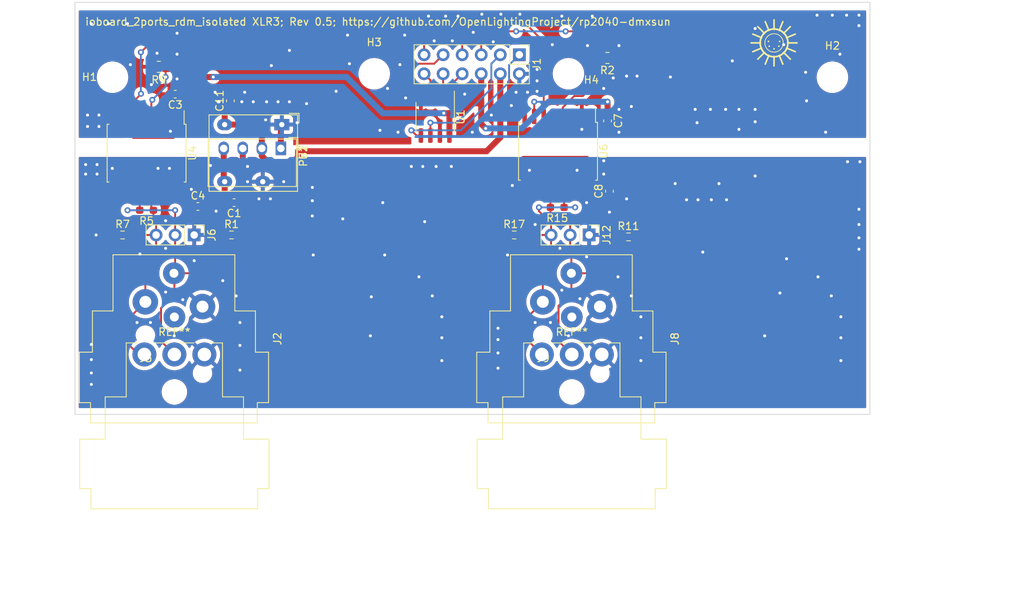
<source format=kicad_pcb>
(kicad_pcb (version 20211014) (generator pcbnew)
  (title_block (title "rp2040_dongle_ioboard_2ports_rdm_isolated") (date "2021-03-28") (rev "0.2") (company "https://www.openlighting.org"))
  (layers (0 "F.Cu" signal) (31 "B.Cu" signal) (34 "B.Paste" user) (35 "F.Paste" user) (36 "B.SilkS" user "B.Silkscreen") (37 "F.SilkS" user "F.Silkscreen") (38 "B.Mask" user) (39 "F.Mask" user) (44 "Edge.Cuts" user))
  (net 0 "")
  (net 1 "/ID2")
  (net 2 "/GP0")
  (net 3 "/ID1")
  (net 4 "/GP1")
  (net 5 "/ID0")
  (net 6 "+3V3")
  (net 7 "+5V")
  (net 8 "/SCL")
  (net 9 "GND")
  (net 10 "/SDA")
  (net 11 "Net-(J2-Pad3)")
  (net 12 "/GND_1+2")
  (net 13 "/VBUS_1+2")
  (net 14 "Net-(J2-Pad2)")
  (net 15 "/GP2")
  (net 16 "/GP3")
  (net 17 "Net-(J12-Pad2)")
  (net 18 "Net-(J12-Pad3)")
  (footprint "MountingHole:MountingHole_3.2mm_M3" (layer "F.Cu") (at 30 30)
    (fp_text reference "H1")
    (fp_text value "MountingHole")
  )
  (footprint "MountingHole:MountingHole_3.2mm_M3" (layer "F.Cu") (at 64.9 29.54)
    (fp_text reference "H3")
    (fp_text value "MountingHole")
  )
  (footprint "MountingHole:MountingHole_3.2mm_M3" (layer "F.Cu") (at 126 30)
    (fp_text reference "H2")
    (fp_text value "MountingHole")
  )
  (footprint "MountingHole:MountingHole_3.2mm_M3" (layer "F.Cu") (at 90.8 29.54)
    (fp_text reference "H4")
    (fp_text value "MountingHole")
  )
  (footprint "Connector_PinHeader_2.54mm:PinHeader_2x06_P2.54mm_Vertical" (layer "F.Cu") (at 84.25 27 -90)
    (fp_text reference "J1")
    (fp_text value "Conn_02x06_Odd_Even")
  )
  (footprint "Resistor_SMD:R_0603_1608Metric_Pad0.98x0.95mm_HandSolder" (layer "F.Cu") (at 45.8705 51.054)
    (fp_text reference "R1")
    (fp_text value "680R")
  )
  (footprint "NC3FD-H:Jack_XLR_Neutrik_NC3FD-H_Horizontal" (layer "F.Cu") (at 38.25 67)
    (fp_text reference "J3")
    (fp_text value "XLR3")
  )
  (footprint "Package_SO:SOIC-16W_7.5x10.3mm_P1.27mm" (layer "F.Cu") (at 34.544 40.132 -90)
    (fp_text reference "U4")
    (fp_text value "ADM2483xRW")
  )
  (footprint "Capacitor_SMD:C_0603_1608Metric" (layer "F.Cu") (at 46.215 46.736 180)
    (fp_text reference "C1")
    (fp_text value "100nF")
  )
  (footprint "Resistor_SMD:R_0603_1608Metric_Pad0.98x0.95mm_HandSolder" (layer "F.Cu") (at 31.3455 51.054)
    (fp_text reference "R7")
    (fp_text value "680R")
  )
  (footprint "Resistor_SMD:R_0603_1608Metric_Pad0.98x0.95mm_HandSolder" (layer "F.Cu") (at 34.544 47.752 180)
    (fp_text reference "R5")
    (fp_text value "120R")
  )
  (footprint "Resistor_SMD:R_0805_2012Metric_Pad1.20x1.40mm_HandSolder" (layer "F.Cu") (at 36.1715 28.608)
    (fp_text reference "R9")
    (fp_text value "2k")
  )
  (footprint "Capacitor_SMD:C_0603_1608Metric" (layer "F.Cu") (at 38.367 32.258 180)
    (fp_text reference "C3")
    (fp_text value "100nF")
  )
  (footprint "Converter_DCDC:Converter_DCDC_muRata_CRE1xxxxxxDC_THT" (layer "F.Cu") (at 52.578 36.322 -90)
    (fp_text reference "U2")
    (fp_text value "CRE1S0505DC")
  )
  (footprint "Package_SO:SOIC-8_3.9x4.9mm_P1.27mm" (layer "F.Cu") (at 73.025 35.306 -90)
    (fp_text reference "U1")
    (fp_text value "M24C64-RMN6TP")
  )
  (footprint "Capacitor_SMD:C_0603_1608Metric" (layer "F.Cu") (at 41.389 47.244)
    (fp_text reference "C4")
    (fp_text value "100nF")
  )
  (footprint "Connector_PinHeader_2.54mm:PinHeader_1x03_P2.54mm_Vertical" (layer "F.Cu") (at 40.894 51.054 -90)
    (fp_text reference "J6")
    (fp_text value "Conn_01x03")
  )
  (footprint "Connector_Audio:Jack_XLR_Neutrik_NC3FAAH_Horizontal" (layer "F.Cu") (at 42 60.612 -90)
    (fp_text reference "J2")
    (fp_text value "XLR3")
  )
  (footprint "Capacitor_SMD:C_0603_1608Metric" (layer "F.Cu") (at 96.012 35.827 -90)
    (fp_text reference "C7")
    (fp_text value "100nF")
  )
  (footprint "Connector_Audio:Jack_XLR_Neutrik_NC3FAAH_Horizontal" (layer "F.Cu") (at 95 60.612 -90)
    (fp_text reference "J8")
    (fp_text value "XLR3")
  )
  (footprint "Connector_PinHeader_2.54mm:PinHeader_1x03_P2.54mm_Vertical" (layer "F.Cu") (at 93.565 51.054 -90)
    (fp_text reference "J12")
    (fp_text value "Conn_01x03")
  )
  (footprint "Resistor_SMD:R_0603_1608Metric_Pad0.98x0.95mm_HandSolder" (layer "F.Cu") (at 98.806 51.308)
    (fp_text reference "R11")
    (fp_text value "680R")
  )
  (footprint "Resistor_SMD:R_0603_1608Metric_Pad0.98x0.95mm_HandSolder" (layer "F.Cu") (at 83.566 51.054)
    (fp_text reference "R17")
    (fp_text value "680R")
  )
  (footprint "Package_SO:SOIC-16W_7.5x10.3mm_P1.27mm" (layer "F.Cu") (at 89.408 39.878 -90)
    (fp_text reference "U6")
    (fp_text value "ADM2483xRW")
  )
  (footprint "NC3FD-H:Jack_XLR_Neutrik_NC3FD-H_Horizontal" (layer "F.Cu") (at 91.25 67)
    (fp_text reference "J9")
    (fp_text value "XLR3")
  )
  (footprint "Capacitor_SMD:C_0603_1608Metric" (layer "F.Cu") (at 96.266 45.212 90)
    (fp_text reference "C8")
    (fp_text value "100nF")
  )
  (footprint "Resistor_SMD:R_0603_1608Metric_Pad0.98x0.95mm_HandSolder" (layer "F.Cu") (at 89.3045 47.371 180)
    (fp_text reference "R15")
    (fp_text value "120R")
  )
  (footprint "Capacitor_SMD:C_0603_1608Metric" (layer "F.Cu") (at 45.72 33.147 90)
    (fp_text reference "C11")
    (fp_text value "100nF")
  )
  (footprint "Converter_DCDC:Converter_DCDC_muRata_CRE1xxxxxx3C_THT" (layer "F.Cu") (at 52.451 39.497 -90)
    (fp_text reference "PS1")
    (fp_text value "MEE1S0503SC")
  )
  (footprint "Resistor_SMD:R_0805_2012Metric_Pad1.20x1.40mm_HandSolder" (layer "F.Cu") (at 95.996 27.432 180)
    (fp_text reference "R2")
    (fp_text value "2k")
  )
  (gr_line (start 117.046298 25.054694) (end 117.065556 24.997622) (layer "F.SilkS") (width 0.089209))
  (gr_line (start 117.910013 26.609578) (end 117.851886 26.593027) (layer "F.SilkS") (width 0.089209))
  (gr_poly (pts (xy 121.291505 25.311279) (xy 121.296879 25.311688) (xy 121.302176 25.312361) (xy 121.307388 25.313291) (xy 121.312508 25.314473) (xy 121.31753 25.315899) (xy 121.322448 25.317563) (xy 121.327254 25.319458) (xy 121.331942 25.321578) (xy 121.336505 25.323915) (xy 121.340937 25.326463) (xy 121.345231 25.329216) (xy 121.34938 25.332167) (xy 121.353378 25.335308) (xy 121.357218 25.338635) (xy 121.360894 25.342139) (xy 121.364398 25.345815) (xy 121.367725 25.349655) (xy 121.370867 25.353653) (xy 121.373817 25.357802) (xy 121.37657 25.362096) (xy 121.379118 25.366528) (xy 121.381456 25.371092) (xy 121.383575 25.37578) (xy 121.38547 25.380586) (xy 121.387134 25.385503) (xy 121.38856 25.390525) (xy 121.389742 25.395646) (xy 121.390672 25.400857) (xy 121.391345 25.406154) (xy 121.391754 25.411529) (xy 121.391892 25.416975) (xy 121.391754 25.422421) (xy 121.391345 25.427795) (xy 121.390672 25.433092) (xy 121.389742 25.438304) (xy 121.38856 25.443424) (xy 121.387134 25.448446) (xy 121.38547 25.453364) (xy 121.383575 25.45817) (xy 121.381456 25.462858) (xy 121.379118 25.467421) (xy 121.37657 25.471853) (xy 121.373817 25.476147) (xy 121.370867 25.480296) (xy 121.367725 25.484294) (xy 121.364398 25.488134) (xy 121.360894 25.49181) (xy 121.357218 25.495314) (xy 121.353378 25.498641) (xy 121.34938 25.501782) (xy 121.345231 25.504733) (xy 121.340937 25.507486) (xy 121.336505 25.510034) (xy 121.331942 25.512372) (xy 121.327254 25.514491) (xy 121.322448 25.516386) (xy 121.31753 25.51805) (xy 121.312508 25.519476) (xy 121.307388 25.520658) (xy 121.302176 25.521588) (xy 121.296879 25.522261) (xy 121.291505 25.52267) (xy 121.286058 25.522808) (xy 120.016059 25.522808) (xy 120.010613 25.52267) (xy 120.005238 25.522261) (xy 119.999941 25.521588) (xy 119.99473 25.520658) (xy 119.989609 25.519476) (xy 119.984587 25.51805) (xy 119.97967 25.516386) (xy 119.974864 25.514491) (xy 119.970176 25.512372) (xy 119.965612 25.510034) (xy 119.96118 25.507486) (xy 119.956886 25.504733) (xy 119.952737 25.501782) (xy 119.948739 25.498641) (xy 119.944899 25.495314) (xy 119.941223 25.49181) (xy 119.937719 25.488134) (xy 119.934392 25.484294) (xy 119.931251 25.480296) (xy 119.9283 25.476147) (xy 119.925547 25.471853) (xy 119.922999 25.467421) (xy 119.920662 25.462858) (xy 119.918542 25.45817) (xy 119.916647 25.453364) (xy 119.914983 25.448446) (xy 119.913557 25.443424) (xy 119.912375 25.438304) (xy 119.911445 25.433092) (xy 119.910772 25.427795) (xy 119.910363 25.422421) (xy 119.910225 25.416975) (xy 119.910363 25.411529) (xy 119.910772 25.406154) (xy 119.911445 25.400857) (xy 119.912375 25.395646) (xy 119.913557 25.390525) (xy 119.914983 25.385503) (xy 119.916647 25.380586) (xy 119.918542 25.37578) (xy 119.920662 25.371092) (xy 119.922999 25.366528) (xy 119.925547 25.362096) (xy 119.9283 25.357802) (xy 119.931251 25.353653) (xy 119.934392 25.349655) (xy 119.937719 25.345815) (xy 119.941223 25.342139) (xy 119.944899 25.338635) (xy 119.948739 25.335308) (xy 119.952737 25.332167) (xy 119.956886 25.329216) (xy 119.96118 25.326463) (xy 119.965612 25.323915) (xy 119.970176 25.321578) (xy 119.974864 25.319458) (xy 119.97967 25.317563) (xy 119.984587 25.315899) (xy 119.989609 25.314473) (xy 119.99473 25.313291) (xy 119.999941 25.312361) (xy 120.005238 25.311688) (xy 120.010613 25.311279) (xy 120.016059 25.311141) (xy 121.286058 25.311141)) (layer "F.SilkS") (width 0) (fill solid))
  (gr_line (start 117.685088 26.527125) (end 117.632273 26.5) (layer "F.SilkS") (width 0.089209))
  (gr_line (start 119.324817 26.901129) (end 119.252203 26.952765) (layer "F.SilkS") (width 0.211666))
  (gr_line (start 118.995292 24.472138) (end 119.039737 24.510744) (layer "F.SilkS") (width 0.089209))
  (gr_line (start 120.066359 25.512296) (end 120.059207 25.606353) (layer "F.SilkS") (width 0.211666))
  (gr_line (start 119.161335 26.201263) (end 119.122835 26.245831) (layer "F.SilkS") (width 0.089209))
  (gr_line (start 118.853494 27.156688) (end 118.767439 27.185806) (layer "F.SilkS") (width 0.211666))
  (gr_line (start 117.309437 24.594073) (end 117.349996 24.551415) (layer "F.SilkS") (width 0.089209))
  (gr_line (start 118.900994 26.438475) (end 118.851296 26.470424) (layer "F.SilkS") (width 0.089209))
  (gr_line (start 118.637301 24.266188) (end 118.692926 24.288181) (layer "F.SilkS") (width 0.089209))
  (gr_line (start 119.344785 25.89806) (end 119.320255 25.952469) (layer "F.SilkS") (width 0.089209))
  (gr_line (start 119.177058 27.00094) (end 119.099499 27.045536) (layer "F.SilkS") (width 0.211666))
  (gr_line (start 118.216137 24.191655) (end 118.27917 24.193253) (layer "F.SilkS") (width 0.089209))
  (gr_line (start 116.971387 24.046043) (end 117.038589 23.987831) (layer "F.SilkS") (width 0.211666))
  (gr_line (start 118.580387 26.593027) (end 118.52226 26.609578) (layer "F.SilkS") (width 0.089209))
  (gr_line (start 118.216137 26.648248) (end 118.216137 26.648248) (layer "F.SilkS") (width 0.089209))
  (gr_line (start 116.367013 25.321681) (end 116.374165 25.227624) (layer "F.SilkS") (width 0.211666))
  (gr_line (start 116.907065 26.726609) (end 116.84574 26.662288) (layer "F.SilkS") (width 0.211666))
  (gr_line (start 117.739347 24.288181) (end 117.794972 24.266188) (layer "F.SilkS") (width 0.089209))
  (gr_poly (pts (xy 117.048022 22.475805) (xy 117.053132 22.476218) (xy 117.058202 22.476876) (xy 117.063223 22.477776) (xy 117.068186 22.478914) (xy 117.073082 22.480287) (xy 117.077902 22.48189) (xy 117.082639 22.483721) (xy 117.087283 22.485776) (xy 117.091826 22.488051) (xy 117.096259 22.490542) (xy 117.100573 22.493247) (xy 117.104759 22.49616) (xy 117.108809 22.49928) (xy 117.112715 22.502601) (xy 117.116467 22.506121) (xy 117.120057 22.509837) (xy 117.123476 22.513743) (xy 117.126716 22.517837) (xy 117.129767 22.522115) (xy 117.132621 22.526574) (xy 117.13527 22.53121) (xy 117.137704 22.536019) (xy 117.139916 22.540998) (xy 117.625924 23.714325) (xy 117.627881 23.719409) (xy 117.62956 23.724531) (xy 117.630965 23.729682) (xy 117.6321 23.734853) (xy 117.632967 23.740036) (xy 117.633572 23.745222) (xy 117.633916 23.750402) (xy 117.634005 23.755567) (xy 117.633841 23.760709) (xy 117.633428 23.76582) (xy 117.632769 23.770889) (xy 117.631869 23.77591) (xy 117.630731 23.780873) (xy 117.629358 23.785769) (xy 117.627755 23.790589) (xy 117.625924 23.795326) (xy 117.623869 23.79997) (xy 117.621594 23.804513) (xy 117.619103 23.808946) (xy 117.616398 23.81326) (xy 117.613485 23.817446) (xy 117.610365 23.821497) (xy 117.607044 23.825402) (xy 117.603524 23.829154) (xy 117.599809 23.832744) (xy 117.595902 23.836163) (xy 117.591808 23.839403) (xy 117.58753 23.842454) (xy 117.583071 23.845308) (xy 117.578435 23.847957) (xy 117.573626 23.850391) (xy 117.568647 23.852603) (xy 117.563563 23.85456) (xy 117.558441 23.856239) (xy 117.55329 23.857644) (xy 117.548119 23.858779) (xy 117.542936 23.859646) (xy 117.53775 23.860251) (xy 117.53257 23.860595) (xy 117.527405 23.860684) (xy 117.522263 23.86052) (xy 117.517152 23.860107) (xy 117.512083 23.859448) (xy 117.507062 23.858548) (xy 117.502099 23.85741) (xy 117.497203 23.856037) (xy 117.492383 23.854434) (xy 117.487646 23.852603) (xy 117.483002 23.850548) (xy 117.478459 23.848273) (xy 117.474026 23.845782) (xy 117.469712 23.843078) (xy 117.465526 23.840164) (xy 117.461475 23.837045) (xy 117.45757 23.833723) (xy 117.453818 23.830203) (xy 117.450228 23.826488) (xy 117.446809 23.822581) (xy 117.443569 23.818487) (xy 117.440518 23.814209) (xy 117.437664 23.80975) (xy 117.435015 23.805114) (xy 117.432581 23.800305) (xy 117.430369 23.795326) (xy 116.944361 22.621999) (xy 116.942404 22.616915) (xy 116.940725 22.611793) (xy 116.93932 22.606642) (xy 116.938186 22.601471) (xy 116.937318 22.596288) (xy 116.936714 22.591103) (xy 116.936369 22.585923) (xy 116.93628 22.580757) (xy 116.936444 22.575615) (xy 116.936857 22.570505) (xy 116.937516 22.565435) (xy 116.938416 22.560414) (xy 116.939554 22.555452) (xy 116.940927 22.550556) (xy 116.94253 22.545735) (xy 116.944361 22.540998) (xy 116.946416 22.536354) (xy 116.948691 22.531811) (xy 116.951182 22.527379) (xy 116.953886 22.523065) (xy 116.9568 22.518878) (xy 116.95992 22.514828) (xy 116.963241 22.510922) (xy 116.966761 22.50717) (xy 116.970476 22.50358) (xy 116.974383 22.500161) (xy 116.978477 22.496922) (xy 116.982755 22.49387) (xy 116.987214 22.491016) (xy 116.99185 22.488367) (xy 116.996659 22.485933) (xy 117.001638 22.483721) (xy 117.006722 22.481764) (xy 117.011844 22.480085) (xy 117.016995 22.47868) (xy 117.022166 22.477546) (xy 117.027349 22.476678) (xy 117.032535 22.476074) (xy 117.037714 22.475729) (xy 117.04288 22.475641)) (layer "F.SilkS") (width 0) (fill solid))
  (gr_line (start 117.200424 26.106704) (end 117.168563 26.056868) (layer "F.SilkS") (width 0.089209))
  (gr_line (start 119.26371 26.056868) (end 119.231849 26.106704) (layer "F.SilkS") (width 0.089209))
  (gr_line (start 118.67955 27.210764) (end 118.589945 27.231444) (layer "F.SilkS") (width 0.211666))
  (gr_line (start 119.320255 24.887434) (end 119.344785 24.941843) (layer "F.SilkS") (width 0.089209))
  (gr_line (start 117.851886 26.593027) (end 117.794972 26.573716) (layer "F.SilkS") (width 0.089209))
  (gr_poly (pts (xy 119.883563 25.999761) (xy 119.888743 26.000106) (xy 119.893929 26.00071) (xy 119.899112 26.001578) (xy 119.904283 26.002713) (xy 119.909434 26.004118) (xy 119.914556 26.005797) (xy 119.91964 26.007754) (xy 121.092967 26.493762) (xy 121.097946 26.495973) (xy 121.102755 26.498407) (xy 121.107391 26.501056) (xy 121.11185 26.50391) (xy 121.116128 26.506962) (xy 121.120222 26.510201) (xy 121.124128 26.51362) (xy 121.127843 26.51721) (xy 121.131363 26.520962) (xy 121.134685 26.524868) (xy 121.137804 26.528918) (xy 121.140718 26.533105) (xy 121.143422 26.537419) (xy 121.145914 26.541852) (xy 121.148189 26.546394) (xy 121.150243 26.551038) (xy 121.152074 26.555775) (xy 121.153678 26.560596) (xy 121.155051 26.565492) (xy 121.156189 26.570455) (xy 121.157089 26.575475) (xy 121.157747 26.580545) (xy 121.15816 26.585655) (xy 121.158324 26.590798) (xy 121.158236 26.595963) (xy 121.157891 26.601143) (xy 121.157287 26.606329) (xy 121.156419 26.611511) (xy 121.155285 26.616683) (xy 121.15388 26.621834) (xy 121.1522 26.626955) (xy 121.150243 26.63204) (xy 121.148032 26.637019) (xy 121.145598 26.641828) (xy 121.142949 26.646464) (xy 121.140095 26.650922) (xy 121.137043 26.655201) (xy 121.133804 26.659295) (xy 121.130385 26.663201) (xy 121.126795 26.666916) (xy 121.123043 26.670436) (xy 121.119137 26.673758) (xy 121.115087 26.676877) (xy 121.1109 26.679791) (xy 121.106586 26.682495) (xy 121.102154 26.684987) (xy 121.097611 26.687262) (xy 121.092967 26.689316) (xy 121.08823 26.691147) (xy 121.083409 26.692751) (xy 121.078513 26.694124) (xy 121.073551 26.695262) (xy 121.06853 26.696162) (xy 121.06346 26.69682) (xy 121.05835 26.697233) (xy 121.053208 26.697397) (xy 121.048042 26.697309) (xy 121.042862 26.696964) (xy 121.037677 26.69636) (xy 121.032494 26.695492) (xy 121.027323 26.694358) (xy 121.022172 26.692952) (xy 121.01705 26.691273) (xy 121.011966 26.689316) (xy 119.838639 26.203308) (xy 119.83366 26.201097) (xy 119.828851 26.198662) (xy 119.824215 26.196014) (xy 119.819756 26.193159) (xy 119.815478 26.190108) (xy 119.811384 26.186869) (xy 119.807477 26.18345) (xy 119.803762 26.17986) (xy 119.800242 26.176108) (xy 119.79692 26.172202) (xy 119.793801 26.168152) (xy 119.790887 26.163965) (xy 119.788183 26.159651) (xy 119.785692 26.155219) (xy 119.783417 26.150676) (xy 119.781362 26.146032) (xy 119.779531 26.141295) (xy 119.777928 26.136474) (xy 119.776555 26.131578) (xy 119.775417 26.126615) (xy 119.774517 26.121595) (xy 119.773858 26.116525) (xy 119.773445 26.111415) (xy 119.773281 26.106272) (xy 119.77337 26.101107) (xy 119.773714 26.095927) (xy 119.774319 26.090742) (xy 119.775186 26.085559) (xy 119.776321 26.080388) (xy 119.777726 26.075237) (xy 119.779405 26.070115) (xy 119.781362 26.06503) (xy 119.783574 26.060051) (xy 119.786008 26.055242) (xy 119.788657 26.050607) (xy 119.791511 26.046148) (xy 119.794562 26.041869) (xy 119.797802 26.037775) (xy 119.801221 26.033869) (xy 119.804811 26.030154) (xy 119.808563 26.026634) (xy 119.812468 26.023312) (xy 119.816519 26.020193) (xy 119.820705 26.017279) (xy 119.825019 26.014575) (xy 119.829452 26.012083) (xy 119.833995 26.009808) (xy 119.838639 26.007754) (xy 119.843375 26.005923) (xy 119.848196 26.004319) (xy 119.853092 26.002946) (xy 119.858055 26.001808) (xy 119.863076 26.000908) (xy 119.868145 26.00025) (xy 119.873256 25.999837) (xy 119.878398 25.999673)) (layer "F.SilkS") (width 0) (fill solid))
  (gr_line (start 117.181169 26.952765) (end 117.108555 26.901129) (layer "F.SilkS") (width 0.211666))
  (gr_line (start 119.231849 26.106704) (end 119.197698 26.154861) (layer "F.SilkS") (width 0.089209))
  (gr_line (start 118.851296 24.36948) (end 118.900994 24.401429) (layer "F.SilkS") (width 0.089209))
  (gr_poly (pts (xy 117.475786 25.107418) (xy 117.481441 25.10785) (xy 117.487014 25.10856) (xy 117.492497 25.109542) (xy 117.497885 25.110788) (xy 117.503169 25.112293) (xy 117.508343 25.114049) (xy 117.5134 25.116048) (xy 117.518332 25.118284) (xy 117.523134 25.12075) (xy 117.527797 25.123439) (xy 117.532315 25.126343) (xy 117.536681 25.129456) (xy 117.540887 25.132771) (xy 117.544928 25.136281) (xy 117.548795 25.139978) (xy 117.552482 25.143856) (xy 117.555982 25.147908) (xy 117.559288 25.152126) (xy 117.562392 25.156504) (xy 117.565289 25.161034) (xy 117.56797 25.165711) (xy 117.570429 25.170525) (xy 117.572659 25.175471) (xy 117.574653 25.180542) (xy 117.576404 25.18573) (xy 117.577904 25.191029) (xy 117.579148 25.196432) (xy 117.580127 25.20193) (xy 117.580835 25.207519) (xy 117.581265 25.213189) (xy 117.58141 25.218936) (xy 117.581265 25.224682) (xy 117.580835 25.230352) (xy 117.580127 25.235941) (xy 117.579148 25.241439) (xy 117.577904 25.246842) (xy 117.576404 25.25214) (xy 117.574653 25.257329) (xy 117.572659 25.262399) (xy 117.570429 25.267346) (xy 117.56797 25.27216) (xy 117.565289 25.276836) (xy 117.562392 25.281367) (xy 117.559288 25.285745) (xy 117.555982 25.289963) (xy 117.552482 25.294015) (xy 117.548795 25.297893) (xy 117.544928 25.30159) (xy 117.540887 25.305099) (xy 117.536681 25.308414) (xy 117.532315 25.311528) (xy 117.527797 25.314432) (xy 117.523134 25.317121) (xy 117.518332 25.319587) (xy 117.5134 25.321823) (xy 117.508343 25.323822) (xy 117.503169 25.325578) (xy 117.497885 25.327082) (xy 117.492497 25.328329) (xy 117.487014 25.329311) (xy 117.481441 25.330021) (xy 117.475786 25.330453) (xy 117.470055 25.330598) (xy 117.464325 25.330453) (xy 117.45867 25.330021) (xy 117.453097 25.329311) (xy 117.447614 25.328329) (xy 117.442226 25.327082) (xy 117.436942 25.325578) (xy 117.431768 25.323822) (xy 117.426711 25.321823) (xy 117.421779 25.319587) (xy 117.416977 25.317121) (xy 117.412314 25.314432) (xy 117.407796 25.311528) (xy 117.40343 25.308414) (xy 117.399224 25.305099) (xy 117.395183 25.30159) (xy 117.391316 25.297893) (xy 117.387629 25.294015) (xy 117.384129 25.289963) (xy 117.380823 25.285745) (xy 117.377719 25.281367) (xy 117.374822 25.276836) (xy 117.372141 25.27216) (xy 117.369682 25.267346) (xy 117.367452 25.262399) (xy 117.365458 25.257329) (xy 117.363707 25.25214) (xy 117.362207 25.246842) (xy 117.360963 25.241439) (xy 117.359984 25.235941) (xy 117.359276 25.230352) (xy 117.358846 25.224682) (xy 117.358701 25.218936) (xy 117.358846 25.213189) (xy 117.359276 25.207519) (xy 117.359984 25.20193) (xy 117.360963 25.196432) (xy 117.362207 25.191029) (xy 117.363707 25.18573) (xy 117.365458 25.180542) (xy 117.367452 25.175471) (xy 117.369682 25.170525) (xy 117.372141 25.165711) (xy 117.374822 25.161034) (xy 117.377719 25.156504) (xy 117.380823 25.152126) (xy 117.384129 25.147908) (xy 117.387629 25.143856) (xy 117.391316 25.139978) (xy 117.395183 25.136281) (xy 117.399224 25.132771) (xy 117.40343 25.129456) (xy 117.407796 25.126343) (xy 117.412314 25.123439) (xy 117.416977 25.12075) (xy 117.421779 25.118284) (xy 117.426711 25.116048) (xy 117.431768 25.114049) (xy 117.436942 25.112293) (xy 117.442226 25.110788) (xy 117.447614 25.109542) (xy 117.453097 25.10856) (xy 117.45867 25.10785) (xy 117.464325 25.107418) (xy 117.470055 25.107273)) (layer "F.SilkS") (width 0) (fill solid))
  (gr_line (start 119.426931 25.607009) (end 119.416158 25.667496) (layer "F.SilkS") (width 0.089209))
  (gr_line (start 119.43945 25.48316) (end 119.43472 25.545538) (layer "F.SilkS") (width 0.089209))
  (gr_line (start 116.40223 25.043729) (end 116.422911 24.954124) (layer "F.SilkS") (width 0.211666))
  (gr_line (start 119.385975 25.78521) (end 119.366717 25.842281) (layer "F.SilkS") (width 0.089209))
  (gr_line (start 116.787528 26.595086) (end 116.732546 26.52512) (layer "F.SilkS") (width 0.211666))
  (gr_line (start 116.632735 24.456616) (end 116.680909 24.381471) (layer "F.SilkS") (width 0.211666))
  (gr_line (start 118.402678 24.205808) (end 118.462998 24.21661) (layer "F.SilkS") (width 0.089209))
  (gr_poly (pts (xy 116.422981 25.311499) (xy 116.428355 25.311908) (xy 116.433652 25.312581) (xy 116.438864 25.313512) (xy 116.443984 25.314693) (xy 116.449006 25.316119) (xy 116.453924 25.317783) (xy 116.45873 25.319678) (xy 116.463418 25.321798) (xy 116.467981 25.324135) (xy 116.472413 25.326683) (xy 116.476707 25.329436) (xy 116.480856 25.332387) (xy 116.484854 25.335529) (xy 116.488695 25.338855) (xy 116.49237 25.342359) (xy 116.495874 25.346035) (xy 116.499201 25.349875) (xy 116.502343 25.353873) (xy 116.505293 25.358022) (xy 116.508046 25.362316) (xy 116.510594 25.366748) (xy 116.512932 25.371312) (xy 116.515051 25.376) (xy 116.516946 25.380806) (xy 116.51861 25.385723) (xy 116.520036 25.390745) (xy 116.521218 25.395866) (xy 116.522148 25.401077) (xy 116.522821 25.406374) (xy 116.52323 25.411749) (xy 116.523368 25.417195) (xy 116.52323 25.422641) (xy 116.522821 25.428015) (xy 116.522148 25.433312) (xy 116.521218 25.438524) (xy 116.520036 25.443644) (xy 116.51861 25.448666) (xy 116.516946 25.453584) (xy 116.515051 25.45839) (xy 116.512932 25.463078) (xy 116.510594 25.467641) (xy 116.508046 25.472073) (xy 116.505293 25.476367) (xy 116.502343 25.480516) (xy 116.499201 25.484514) (xy 116.495874 25.488355) (xy 116.49237 25.49203) (xy 116.488695 25.495534) (xy 116.484854 25.498861) (xy 116.480856 25.502003) (xy 116.476707 25.504953) (xy 116.472413 25.507706) (xy 116.467981 25.510254) (xy 116.463418 25.512592) (xy 116.45873 25.514711) (xy 116.453924 25.516606) (xy 116.449006 25.51827) (xy 116.443984 25.519696) (xy 116.438864 25.520878) (xy 116.433652 25.521808) (xy 116.428355 25.522482) (xy 116.422981 25.52289) (xy 116.417535 25.523028) (xy 115.147534 25.523028) (xy 115.142088 25.52289) (xy 115.136714 25.522482) (xy 115.131417 25.521808) (xy 115.126205 25.520878) (xy 115.121085 25.519696) (xy 115.116063 25.51827) (xy 115.111145 25.516606) (xy 115.106339 25.514711) (xy 115.101651 25.512592) (xy 115.097088 25.510254) (xy 115.092656 25.507706) (xy 115.088362 25.504953) (xy 115.084213 25.502003) (xy 115.080215 25.498861) (xy 115.076375 25.495534) (xy 115.072699 25.49203) (xy 115.069195 25.488355) (xy 115.065868 25.484514) (xy 115.062726 25.480516) (xy 115.059776 25.476367) (xy 115.057023 25.472073) (xy 115.054475 25.467641) (xy 115.052137 25.463078) (xy 115.050018 25.45839) (xy 115.048123 25.453584) (xy 115.046459 25.448666) (xy 115.045033 25.443644) (xy 115.043851 25.438524) (xy 115.042921 25.433312) (xy 115.042248 25.428015) (xy 115.041839 25.422641) (xy 115.041701 25.417195) (xy 115.041839 25.411749) (xy 115.042248 25.406374) (xy 115.042921 25.401077) (xy 115.043851 25.395866) (xy 115.045033 25.390745) (xy 115.046459 25.385723) (xy 115.048123 25.380806) (xy 115.050018 25.376) (xy 115.052137 25.371312) (xy 115.054475 25.366748) (xy 115.057023 25.362316) (xy 115.059776 25.358022) (xy 115.062726 25.353873) (xy 115.065868 25.349875) (xy 115.069195 25.346035) (xy 115.072699 25.342359) (xy 115.076375 25.338855) (xy 115.080215 25.335529) (xy 115.084213 25.332387) (xy 115.088362 25.329436) (xy 115.092656 25.326683) (xy 115.097088 25.324135) (xy 115.101651 25.321798) (xy 115.106339 25.319678) (xy 115.111145 25.317783) (xy 115.116063 25.316119) (xy 115.121085 25.314693) (xy 115.126205 25.313512) (xy 115.131417 25.312581) (xy 115.136714 25.311908) (xy 115.142088 25.311499) (xy 115.147534 25.311361) (xy 116.417535 25.311361)) (layer "F.SilkS") (width 0) (fill solid))
  (gr_line (start 119.161335 24.638641) (end 119.197698 24.685042) (layer "F.SilkS") (width 0.089209))
  (gr_line (start 119.700826 24.308858) (end 119.752462 24.381471) (layer "F.SilkS") (width 0.211666))
  (gr_line (start 120.066359 25.321681) (end 120.068769 25.416988) (layer "F.SilkS") (width 0.211666))
  (gr_line (start 116.510149 26.137903) (end 116.476987 26.053797) (layer "F.SilkS") (width 0.211666))
  (gr_line (start 119.293204 24.834472) (end 119.320255 24.887434) (layer "F.SilkS") (width 0.089209))
  (gr_line (start 116.422911 25.879853) (end 116.40223 25.790248) (layer "F.SilkS") (width 0.211666))
  (gr_line (start 119.019641 23.747541) (end 119.099499 23.788442) (layer "F.SilkS") (width 0.211666))
  (gr_line (start 116.732546 24.308858) (end 116.787528 24.238892) (layer "F.SilkS") (width 0.211666))
  (gr_line (start 116.385943 25.134934) (end 116.40223 25.043729) (layer "F.SilkS") (width 0.211666))
  (gr_line (start 117.843427 23.602533) (end 117.934632 23.586246) (layer "F.SilkS") (width 0.211666))
  (gr_line (start 118.949018 26.404229) (end 118.900994 26.438475) (layer "F.SilkS") (width 0.089209))
  (gr_line (start 118.27917 24.193253) (end 118.341376 24.197996) (layer "F.SilkS") (width 0.089209))
  (gr_line (start 117.016114 25.172407) (end 117.029792 25.112981) (layer "F.SilkS") (width 0.089209))
  (gr_line (start 116.510149 24.696074) (end 116.547238 24.614034) (layer "F.SilkS") (width 0.211666))
  (gr_line (start 117.739347 26.551723) (end 117.685088 26.527125) (layer "F.SilkS") (width 0.089209))
  (gr_line (start 117.531279 26.438475) (end 117.483255 26.404229) (layer "F.SilkS") (width 0.089209))
  (gr_line (start 120.010461 25.879853) (end 119.985503 25.967741) (layer "F.SilkS") (width 0.211666))
  (gr_line (start 119.197698 26.154861) (end 119.161335 26.201263) (layer "F.SilkS") (width 0.089209))
  (gr_line (start 118.9376 23.710451) (end 119.019641 23.747541) (layer "F.SilkS") (width 0.211666))
  (gr_line (start 118.153103 26.64665) (end 118.090897 26.641907) (layer "F.SilkS") (width 0.089209))
  (gr_line (start 117.580977 24.36948) (end 117.632273 24.339904) (layer "F.SilkS") (width 0.089209))
  (gr_line (start 119.231849 24.733199) (end 119.26371 24.783035) (layer "F.SilkS") (width 0.089209))
  (gr_line (start 120.031141 25.790248) (end 120.010461 25.879853) (layer "F.SilkS") (width 0.211666))
  (gr_line (start 119.700826 26.52512) (end 119.645843 26.595086) (layer "F.SilkS") (width 0.211666))
  (gr_line (start 116.447869 24.866236) (end 116.476987 24.78018) (layer "F.SilkS") (width 0.211666))
  (gr_line (start 117.108555 26.901129) (end 117.038589 26.846146) (layer "F.SilkS") (width 0.211666))
  (gr_line (start 117.256313 23.833038) (end 117.333873 23.788442) (layer "F.SilkS") (width 0.211666))
  (gr_line (start 117.065556 25.842281) (end 117.046298 25.78521) (layer "F.SilkS") (width 0.089209))
  (gr_line (start 119.039737 26.329159) (end 118.995292 26.367765) (layer "F.SilkS") (width 0.089209))
  (gr_line (start 118.153103 24.193253) (end 118.216137 24.191655) (layer "F.SilkS") (width 0.089209))
  (gr_line (start 119.587631 24.17169) (end 119.645843 24.238892) (layer "F.SilkS") (width 0.211666))
  (gr_line (start 117.087488 25.89806) (end 117.065556 25.842281) (layer "F.SilkS") (width 0.089209))
  (gr_line (start 117.309437 26.245831) (end 117.270938 26.201263) (layer "F.SilkS") (width 0.089209))
  (gr_line (start 117.087488 24.941843) (end 117.112018 24.887434) (layer "F.SilkS") (width 0.089209))
  (gr_line (start 119.426931 25.232894) (end 119.43472 25.294366) (layer "F.SilkS") (width 0.089209))
  (gr_line (start 116.447869 25.967741) (end 116.422911 25.879853) (layer "F.SilkS") (width 0.211666))
  (gr_line (start 118.090897 26.641907) (end 118.029595 26.634096) (layer "F.SilkS") (width 0.089209))
  (gr_line (start 119.441044 25.419952) (end 119.441044 25.419952) (layer "F.SilkS") (width 0.089209))
  (gr_poly (pts (xy 119.414153 24.219571) (xy 119.414154 24.219571) (xy 119.414153 24.219571)) (layer "F.SilkS") (width 0) (fill solid))
  (gr_line (start 119.985503 25.967741) (end 119.956385 26.053797) (layer "F.SilkS") (width 0.211666))
  (gr_line (start 117.851886 24.246877) (end 117.910013 24.230325) (layer "F.SilkS") (width 0.089209))
  (gr_line (start 117.005342 25.232894) (end 117.016114 25.172407) (layer "F.SilkS") (width 0.089209))
  (gr_line (start 119.886134 24.614034) (end 119.923223 24.696074) (layer "F.SilkS") (width 0.211666))
  (gr_line (start 119.956385 24.78018) (end 119.985503 24.866236) (layer "F.SilkS") (width 0.211666))
  (gr_line (start 118.121378 23.567315) (end 118.216686 23.564905) (layer "F.SilkS") (width 0.211666))
  (gr_line (start 119.099499 23.788442) (end 119.177058 23.833038) (layer "F.SilkS") (width 0.211666))
  (gr_line (start 120.047429 25.699043) (end 120.031141 25.790248) (layer "F.SilkS") (width 0.211666))
  (gr_line (start 116.787528 24.238892) (end 116.84574 24.17169) (layer "F.SilkS") (width 0.211666))
  (gr_poly (pts (xy 115.38555 24.136861) (xy 115.39073 24.137206) (xy 115.395915 24.13781) (xy 115.401098 24.138678) (xy 115.406269 24.139812) (xy 115.41142 24.141217) (xy 115.416542 24.142897) (xy 115.421626 24.144854) (xy 116.594954 24.630861) (xy 116.599932 24.633073) (xy 116.604742 24.635507) (xy 116.609377 24.638156) (xy 116.613836 24.64101) (xy 116.618115 24.644061) (xy 116.622209 24.647301) (xy 116.626115 24.65072) (xy 116.62983 24.65431) (xy 116.63335 24.658062) (xy 116.636672 24.661968) (xy 116.639791 24.666018) (xy 116.642705 24.670204) (xy 116.645409 24.674518) (xy 116.647901 24.678951) (xy 116.650175 24.683494) (xy 116.65223 24.688138) (xy 116.654061 24.692875) (xy 116.655665 24.697695) (xy 116.657037 24.702592) (xy 116.658176 24.707554) (xy 116.659076 24.712575) (xy 116.659734 24.717645) (xy 116.660147 24.722755) (xy 116.660311 24.727897) (xy 116.660222 24.733063) (xy 116.659878 24.738242) (xy 116.659274 24.743428) (xy 116.658406 24.748611) (xy 116.657271 24.753782) (xy 116.655866 24.758933) (xy 116.654187 24.764055) (xy 116.65223 24.769139) (xy 116.650019 24.774118) (xy 116.647584 24.778927) (xy 116.644935 24.783563) (xy 116.642081 24.788022) (xy 116.63903 24.7923) (xy 116.63579 24.796395) (xy 116.632371 24.800301) (xy 116.628781 24.804016) (xy 116.625029 24.807536) (xy 116.621124 24.810858) (xy 116.617073 24.813977) (xy 116.612887 24.816891) (xy 116.608573 24.819595) (xy 116.60414 24.822086) (xy 116.599598 24.824361) (xy 116.594953 24.826416) (xy 116.590217 24.828247) (xy 116.585396 24.829851) (xy 116.5805 24.831223) (xy 116.575537 24.832361) (xy 116.570517 24.833261) (xy 116.565447 24.83392) (xy 116.560336 24.834333) (xy 116.555194 24.834497) (xy 116.550029 24.834408) (xy 116.544849 24.834064) (xy 116.539663 24.833459) (xy 116.534481 24.832592) (xy 116.529309 24.831457) (xy 116.524159 24.830052) (xy 116.519037 24.828373) (xy 116.513952 24.826416) (xy 115.340625 24.340408) (xy 115.335646 24.338197) (xy 115.330837 24.335762) (xy 115.326201 24.333114) (xy 115.321742 24.330259) (xy 115.317464 24.327208) (xy 115.31337 24.323968) (xy 115.309464 24.320549) (xy 115.305748 24.316959) (xy 115.302228 24.313207) (xy 115.298907 24.309302) (xy 115.295787 24.305251) (xy 115.292874 24.301065) (xy 115.290169 24.296751) (xy 115.287678 24.292318) (xy 115.285403 24.287775) (xy 115.283348 24.283131) (xy 115.281517 24.278395) (xy 115.279914 24.273574) (xy 115.278541 24.268678) (xy 115.277403 24.263715) (xy 115.276503 24.258695) (xy 115.275845 24.253625) (xy 115.275432 24.248514) (xy 115.275268 24.243372) (xy 115.275356 24.238207) (xy 115.275701 24.233027) (xy 115.276305 24.227841) (xy 115.277173 24.222658) (xy 115.278307 24.217487) (xy 115.279712 24.212336) (xy 115.281391 24.207214) (xy 115.283348 24.20213) (xy 115.283349 24.20213) (xy 115.28556 24.197151) (xy 115.287994 24.192342) (xy 115.290643 24.187706) (xy 115.293497 24.183247) (xy 115.296549 24.178969) (xy 115.299788 24.174875) (xy 115.303207 24.170968) (xy 115.306797 24.167253) (xy 115.310549 24.163733) (xy 115.314455 24.160412) (xy 115.318505 24.157292) (xy 115.322692 24.154379) (xy 115.327006 24.151674) (xy 115.331438 24.149183) (xy 115.335981 24.146908) (xy 115.340625 24.144853) (xy 115.345362 24.143022) (xy 115.350183 24.141419) (xy 115.355079 24.140046) (xy 115.360041 24.138908) (xy 115.365062 24.138008) (xy 115.370132 24.13735) (xy 115.375242 24.136937) (xy 115.380384 24.136773)) (layer "F.SilkS") (width 0) (fill solid))
  (gr_line (start 117.969275 26.623294) (end 117.910013 26.609578) (layer "F.SilkS") (width 0.089209))
  (gr_line (start 117.029792 25.112981) (end 117.046298 25.054694) (layer "F.SilkS") (width 0.089209))
  (gr_line (start 119.344785 24.941843) (end 119.366717 24.997622) (layer "F.SilkS") (width 0.089209))
  (gr_line (start 117.495772 27.123526) (end 117.413731 27.086437) (layer "F.SilkS") (width 0.211666))
  (gr_line (start 119.197698 24.685042) (end 119.231849 24.733199) (layer "F.SilkS") (width 0.089209))
  (gr_line (start 118.216686 23.564905) (end 118.311994 23.567315) (layer "F.SilkS") (width 0.211666))
  (gr_line (start 116.588139 26.299801) (end 116.547238 26.219943) (layer "F.SilkS") (width 0.211666))
  (gr_line (start 118.949018 24.435674) (end 118.995292 24.472138) (layer "F.SilkS") (width 0.089209))
  (gr_line (start 117.046298 25.78521) (end 117.029792 25.726922) (layer "F.SilkS") (width 0.089209))
  (gr_line (start 116.991228 25.419952) (end 116.991228 25.419952) (layer "F.SilkS") (width 0.089209))
  (gr_poly (pts (xy 121.058266 24.136733) (xy 121.063377 24.137146) (xy 121.068446 24.137804) (xy 121.073467 24.138704) (xy 121.07843 24.139842) (xy 121.083326 24.141215) (xy 121.088147 24.142819) (xy 121.092883 24.14465) (xy 121.097527 24.146704) (xy 121.10207 24.148979) (xy 121.106503 24.15147) (xy 121.110817 24.154175) (xy 121.115003 24.157089) (xy 121.119054 24.160208) (xy 121.122959 24.163529) (xy 121.126711 24.16705) (xy 121.130301 24.170765) (xy 121.13372 24.174671) (xy 121.13696 24.178765) (xy 121.140011 24.183043) (xy 121.142865 24.187502) (xy 121.145514 24.192138) (xy 121.147948 24.196947) (xy 121.15016 24.201926) (xy 121.152117 24.20701) (xy 121.153796 24.212132) (xy 121.155201 24.217283) (xy 121.156336 24.222454) (xy 121.157203 24.227637) (xy 121.157808 24.232823) (xy 121.158152 24.238003) (xy 121.158241 24.243168) (xy 121.158077 24.24831) (xy 121.157664 24.253421) (xy 121.157005 24.25849) (xy 121.156105 24.263511) (xy 121.154967 24.268474) (xy 121.153594 24.27337) (xy 121.151991 24.278191) (xy 121.15016 24.282927) (xy 121.148105 24.287571) (xy 121.14583 24.292114) (xy 121.143339 24.296547) (xy 121.140635 24.300861) (xy 121.137721 24.305047) (xy 121.134602 24.309098) (xy 121.13128 24.313003) (xy 121.12776 24.316755) (xy 121.124045 24.320345) (xy 121.120138 24.323764) (xy 121.116044 24.327004) (xy 121.111766 24.330055) (xy 121.107307 24.332909) (xy 121.102671 24.335558) (xy 121.097862 24.337993) (xy 121.092883 24.340204) (xy 119.919556 24.826212) (xy 119.914472 24.828169) (xy 119.90935 24.829848) (xy 119.904199 24.831253) (xy 119.899028 24.832388) (xy 119.893845 24.833255) (xy 119.88866 24.83386) (xy 119.88348 24.834204) (xy 119.878314 24.834293) (xy 119.873172 24.834129) (xy 119.868062 24.833716) (xy 119.862992 24.833057) (xy 119.857971 24.832157) (xy 119.853009 24.831019) (xy 119.848113 24.829646) (xy 119.843292 24.828043) (xy 119.838555 24.826212) (xy 119.833911 24.824157) (xy 119.829368 24.821882) (xy 119.824936 24.819391) (xy 119.820622 24.816687) (xy 119.816435 24.813773) (xy 119.812385 24.810653) (xy 119.808479 24.807332) (xy 119.804727 24.803812) (xy 119.801137 24.800097) (xy 119.797718 24.79619) (xy 119.794479 24.792096) (xy 119.791427 24.787818) (xy 119.788573 24.783359) (xy 119.785924 24.778723) (xy 119.78349 24.773914) (xy 119.781279 24.768935) (xy 119.779322 24.763851) (xy 119.777642 24.758729) (xy 119.776237 24.753578) (xy 119.775103 24.748407) (xy 119.774235 24.743224) (xy 119.773631 24.738039) (xy 119.773286 24.732859) (xy 119.773198 24.727693) (xy 119.773362 24.722551) (xy 119.773775 24.717441) (xy 119.774433 24.712371) (xy 119.775333 24.70735) (xy 119.776471 24.702388) (xy 119.777844 24.697492) (xy 119.779448 24.692671) (xy 119.781279 24.687934) (xy 119.783333 24.68329) (xy 119.785608 24.678747) (xy 119.7881 24.674315) (xy 119.790804 24.670001) (xy 119.793718 24.665814) (xy 119.796837 24.661764) (xy 119.800159 24.657858) (xy 119.803679 24.654106) (xy 119.807394 24.650516) (xy 119.8113 24.647097) (xy 119.815394 24.643858) (xy 119.819672 24.640806) (xy 119.824131 24.637952) (xy 119.828767 24.635303) (xy 119.833576 24.632869) (xy 119.838555 24.630658) (xy 121.011882 24.14465) (xy 121.016966 24.142693) (xy 121.022088 24.141013) (xy 121.027239 24.139608) (xy 121.03241 24.138474) (xy 121.037593 24.137606) (xy 121.042779 24.137002) (xy 121.047959 24.136657) (xy 121.053124 24.136569)) (layer "F.SilkS") (width 0) (fill solid))
  (gr_line (start 118.341376 24.197996) (end 118.402678 24.205808) (layer "F.SilkS") (width 0.089209))
  (gr_line (start 116.476987 24.78018) (end 116.510149 24.696074) (layer "F.SilkS") (width 0.211666))
  (gr_line (start 118.692926 26.551723) (end 118.637301 26.573716) (layer "F.SilkS") (width 0.089209))
  (gr_line (start 118.216137 24.191655) (end 118.216137 24.191655) (layer "F.SilkS") (width 0.089209))
  (gr_line (start 118.995292 26.367765) (end 118.949018 26.404229) (layer "F.SilkS") (width 0.089209))
  (gr_line (start 118.121378 27.266662) (end 118.027321 27.25951) (layer "F.SilkS") (width 0.211666))
  (gr_line (start 117.349996 26.288489) (end 117.309437 26.245831) (layer "F.SilkS") (width 0.089209))
  (gr_line (start 117.234574 26.154861) (end 117.200424 26.106704) (layer "F.SilkS") (width 0.089209))
  (gr_line (start 120.059207 25.606353) (end 120.047429 25.699043) (layer "F.SilkS") (width 0.211666))
  (gr_line (start 116.971387 26.787934) (end 116.907065 26.726609) (layer "F.SilkS") (width 0.211666))
  (gr_line (start 117.029792 25.726922) (end 117.016114 25.667496) (layer "F.SilkS") (width 0.089209))
  (gr_line (start 116.992822 25.356744) (end 116.997553 25.294366) (layer "F.SilkS") (width 0.089209))
  (gr_line (start 118.462998 24.21661) (end 118.52226 24.230325) (layer "F.SilkS") (width 0.089209))
  (gr_line (start 119.461985 26.787934) (end 119.394783 26.846146) (layer "F.SilkS") (width 0.211666))
  (gr_line (start 116.374165 25.227624) (end 116.385943 25.134934) (layer "F.SilkS") (width 0.211666))
  (gr_line (start 117.753821 27.210764) (end 117.665933 27.185806) (layer "F.SilkS") (width 0.211666))
  (gr_line (start 117.392536 26.329159) (end 117.349996 26.288489) (layer "F.SilkS") (width 0.089209))
  (gr_line (start 118.406051 27.25951) (end 118.311994 27.266662) (layer "F.SilkS") (width 0.211666))
  (gr_line (start 117.632273 24.339904) (end 117.685088 24.312778) (layer "F.SilkS") (width 0.089209))
  (gr_line (start 118.767439 27.185806) (end 118.67955 27.210764) (layer "F.SilkS") (width 0.211666))
  (gr_poly (pts (xy 116.560421 26.00004) (xy 116.565532 26.000453) (xy 116.570601 26.001111) (xy 116.575622 26.002011) (xy 116.580585 26.003149) (xy 116.585481 26.004522) (xy 116.590301 26.006126) (xy 116.595038 26.007957) (xy 116.599682 26.010011) (xy 116.604225 26.012286) (xy 116.608658 26.014778) (xy 116.612972 26.017482) (xy 116.617158 26.020396) (xy 116.621209 26.023515) (xy 116.625114 26.026837) (xy 116.628866 26.030357) (xy 116.632456 26.034072) (xy 116.635875 26.037978) (xy 116.639115 26.042072) (xy 116.642166 26.046351) (xy 116.64502 26.050809) (xy 116.647669 26.055445) (xy 116.650104 26.060254) (xy 116.652315 26.065233) (xy 116.654272 26.070317) (xy 116.655951 26.075439) (xy 116.657356 26.08059) (xy 116.658491 26.085761) (xy 116.659358 26.090944) (xy 116.659963 26.09613) (xy 116.660307 26.10131) (xy 116.660396 26.106475) (xy 116.660232 26.111617) (xy 116.659819 26.116728) (xy 116.65916 26.121798) (xy 116.65826 26.126818) (xy 116.657122 26.131781) (xy 116.655749 26.136677) (xy 116.654146 26.141498) (xy 116.652315 26.146234) (xy 116.65026 26.150879) (xy 116.647985 26.155421) (xy 116.645494 26.159854) (xy 116.64279 26.164168) (xy 116.639876 26.168354) (xy 116.636756 26.172405) (xy 116.633435 26.17631) (xy 116.629915 26.180063) (xy 116.6262 26.183652) (xy 116.622293 26.187072) (xy 116.618199 26.190311) (xy 116.613921 26.193362) (xy 116.609462 26.196217) (xy 116.604826 26.198865) (xy 116.600017 26.2013) (xy 116.595038 26.203511) (xy 115.421711 26.689519) (xy 115.416627 26.691476) (xy 115.411505 26.693155) (xy 115.406354 26.69456) (xy 115.401183 26.695695) (xy 115.396 26.696563) (xy 115.390814 26.697167) (xy 115.385635 26.697512) (xy 115.380469 26.6976) (xy 115.375327 26.697436) (xy 115.370217 26.697023) (xy 115.365147 26.696365) (xy 115.360126 26.695465) (xy 115.355163 26.694327) (xy 115.350267 26.692954) (xy 115.345447 26.69135) (xy 115.34071 26.689519) (xy 115.336066 26.687464) (xy 115.331523 26.68519) (xy 115.32709 26.682698) (xy 115.322776 26.679994) (xy 115.31859 26.67708) (xy 115.31454 26.673961) (xy 115.310634 26.670639) (xy 115.306882 26.667119) (xy 115.303292 26.663404) (xy 115.299873 26.659498) (xy 115.296633 26.655403) (xy 115.293582 26.651125) (xy 115.290728 26.646666) (xy 115.288079 26.64203) (xy 115.285645 26.637221) (xy 115.283433 26.632242) (xy 115.283433 26.632243) (xy 115.281476 26.627158) (xy 115.279797 26.622036) (xy 115.278392 26.616886) (xy 115.277258 26.611714) (xy 115.27639 26.606532) (xy 115.275786 26.601346) (xy 115.275441 26.596166) (xy 115.275352 26.591001) (xy 115.275517 26.585858) (xy 115.27593 26.580748) (xy 115.276588 26.575678) (xy 115.277488 26.570658) (xy 115.278626 26.565695) (xy 115.279999 26.560799) (xy 115.281602 26.555978) (xy 115.283433 26.551241) (xy 115.285488 26.546597) (xy 115.287763 26.542055) (xy 115.290254 26.537622) (xy 115.292959 26.533308) (xy 115.295872 26.529121) (xy 115.298992 26.525071) (xy 115.302313 26.521165) (xy 115.305833 26.517413) (xy 115.309548 26.513823) (xy 115.313455 26.510404) (xy 115.317549 26.507165) (xy 115.321827 26.504114) (xy 115.326286 26.501259) (xy 115.330922 26.498611) (xy 115.335731 26.496176) (xy 115.34071 26.493965) (xy 116.514037 26.007957) (xy 116.519121 26.006) (xy 116.524243 26.004321) (xy 116.529394 26.002915) (xy 116.534565 26.001781) (xy 116.539748 26.000913) (xy 116.544934 26.000309) (xy 116.550114 25.999964) (xy 116.555279 25.999876)) (layer "F.SilkS") (width 0) (fill solid))
  (gr_line (start 118.216686 27.269072) (end 118.216686 27.269072) (layer "F.SilkS") (width 0.211666))
  (gr_line (start 119.923223 26.137903) (end 119.886134 26.219943) (layer "F.SilkS") (width 0.211666))
  (gr_line (start 118.853494 23.677289) (end 118.9376 23.710451) (layer "F.SilkS") (width 0.211666))
  (gr_line (start 119.366717 24.997622) (end 119.385975 25.054694) (layer "F.SilkS") (width 0.089209))
  (gr_poly (pts (xy 119.494221 26.583564) (xy 119.499288 26.583928) (xy 119.504337 26.584533) (xy 119.509358 26.585381) (xy 119.51434 26.586471) (xy 119.519276 26.587802) (xy 119.524156 26.589377) (xy 119.528969 26.591193) (xy 119.533708 26.593251) (xy 119.538361 26.595552) (xy 119.542921 26.598095) (xy 119.547377 26.60088) (xy 119.551721 26.603907) (xy 119.555942 26.607176) (xy 119.560031 26.610688) (xy 119.56398 26.614441) (xy 120.462005 27.512467) (xy 120.465759 27.516415) (xy 120.46927 27.520504) (xy 120.472539 27.524726) (xy 120.475566 27.529069) (xy 120.478351 27.533525) (xy 120.480894 27.538085) (xy 120.483195 27.542739) (xy 120.485253 27.547477) (xy 120.48707 27.552291) (xy 120.488644 27.55717) (xy 120.489976 27.562106) (xy 120.491066 27.567089) (xy 120.491913 27.572109) (xy 120.492519 27.577158) (xy 120.492882 27.582225) (xy 120.493003 27.587302) (xy 120.492882 27.592379) (xy 120.492519 27.597447) (xy 120.491913 27.602495) (xy 120.491066 27.607516) (xy 120.489976 27.612499) (xy 120.488644 27.617435) (xy 120.48707 27.622314) (xy 120.485253 27.627127) (xy 120.483195 27.631866) (xy 120.480894 27.63652) (xy 120.478351 27.641079) (xy 120.475566 27.645535) (xy 120.472539 27.649879) (xy 120.46927 27.6541) (xy 120.465759 27.658189) (xy 120.462005 27.662138) (xy 120.458056 27.665891) (xy 120.453967 27.669403) (xy 120.449746 27.672672) (xy 120.445403 27.675699) (xy 120.440946 27.678484) (xy 120.436387 27.681027) (xy 120.431733 27.683328) (xy 120.426995 27.685386) (xy 120.422181 27.687202) (xy 120.417302 27.688776) (xy 120.412366 27.690108) (xy 120.407383 27.691198) (xy 120.402363 27.692046) (xy 120.397314 27.692651) (xy 120.392246 27.693015) (xy 120.38717 27.693136) (xy 120.382093 27.693015) (xy 120.377025 27.692651) (xy 120.371977 27.692046) (xy 120.366956 27.691198) (xy 120.361973 27.690109) (xy 120.357037 27.688777) (xy 120.352158 27.687202) (xy 120.347344 27.685386) (xy 120.342606 27.683328) (xy 120.337952 27.681027) (xy 120.333393 27.678484) (xy 120.328936 27.675699) (xy 120.324593 27.672672) (xy 120.320372 27.669403) (xy 120.316282 27.665891) (xy 120.312334 27.662138) (xy 119.414309 26.764112) (xy 119.410555 26.760164) (xy 119.407043 26.756074) (xy 119.403774 26.751853) (xy 119.400747 26.74751) (xy 119.397962 26.743054) (xy 119.395419 26.738494) (xy 119.393119 26.73384) (xy 119.39106 26.729102) (xy 119.389244 26.724288) (xy 119.38767 26.719409) (xy 119.386338 26.714473) (xy 119.385248 26.70949) (xy 119.3844 26.70447) (xy 119.383795 26.699421) (xy 119.383432 26.694354) (xy 119.383311 26.689277) (xy 119.383432 26.6842) (xy 119.383795 26.679132) (xy 119.3844 26.674084) (xy 119.385248 26.669063) (xy 119.386338 26.66408) (xy 119.38767 26.659145) (xy 119.389244 26.654265) (xy 119.39106 26.649452) (xy 119.393119 26.644713) (xy 119.395419 26.64006) (xy 119.397962 26.6355) (xy 119.400747 26.631044) (xy 119.403774 26.6267) (xy 119.407043 26.622479) (xy 119.410555 26.61839) (xy 119.414309 26.614441) (xy 119.418257 26.610688) (xy 119.422346 26.607176) (xy 119.426567 26.603907) (xy 119.430911 26.60088) (xy 119.435367 26.598095) (xy 119.439927 26.595552) (xy 119.44458 26.593251) (xy 119.449319 26.591193) (xy 119.454132 26.589377) (xy 119.459012 26.587802) (xy 119.463948 26.586471) (xy 119.46893 26.585381) (xy 119.473951 26.584533) (xy 119.479 26.583928) (xy 119.484067 26.583564) (xy 119.489144 26.583443)) (layer "F.SilkS") (width 0) (fill solid))
  (gr_line (start 119.441044 25.419952) (end 119.441044 25.419952) (layer "F.SilkS") (width 0.089209))
  (gr_line (start 118.8 24.339904) (end 118.851296 24.36948) (layer "F.SilkS") (width 0.089209))
  (gr_line (start 117.843427 27.231444) (end 117.753821 27.210764) (layer "F.SilkS") (width 0.211666))
  (gr_line (start 117.495772 23.710451) (end 117.579878 23.677289) (layer "F.SilkS") (width 0.211666))
  (gr_line (start 120.010461 24.954124) (end 120.031141 25.043729) (layer "F.SilkS") (width 0.211666))
  (gr_poly (pts (xy 118.216686 23.723655) (xy 118.216685 23.723655) (xy 118.216686 23.723655)) (layer "F.SilkS") (width 0) (fill solid))
  (gr_line (start 119.402481 25.112981) (end 119.416158 25.172407) (layer "F.SilkS") (width 0.089209))
  (gr_line (start 119.099499 27.045536) (end 119.019641 27.086437) (layer "F.SilkS") (width 0.211666))
  (gr_line (start 116.588139 24.534176) (end 116.632735 24.456616) (layer "F.SilkS") (width 0.211666))
  (gr_line (start 117.413731 23.747541) (end 117.495772 23.710451) (layer "F.SilkS") (width 0.211666))
  (gr_line (start 119.416158 25.172407) (end 119.426931 25.232894) (layer "F.SilkS") (width 0.089209))
  (gr_poly (pts (xy 118.216686 22.241989) (xy 118.216685 22.241989) (xy 118.216686 22.241989)) (layer "F.SilkS") (width 0) (fill solid))
  (gr_line (start 119.752462 26.452506) (end 119.700826 26.52512) (layer "F.SilkS") (width 0.211666))
  (gr_line (start 117.234574 24.685042) (end 117.270938 24.638641) (layer "F.SilkS") (width 0.089209))
  (gr_line (start 118.311994 27.266662) (end 118.216686 27.269072) (layer "F.SilkS") (width 0.211666))
  (gr_line (start 119.122835 24.594073) (end 119.161335 24.638641) (layer "F.SilkS") (width 0.089209))
  (gr_line (start 116.547238 24.614034) (end 116.588139 24.534176) (layer "F.SilkS") (width 0.211666))
  (gr_line (start 119.416158 25.667496) (end 119.402481 25.726922) (layer "F.SilkS") (width 0.089209))
  (gr_poly (pts (xy 118.222132 22.242126) (xy 118.227506 22.242535) (xy 118.232803 22.243208) (xy 118.238015 22.244139) (xy 118.243135 22.245321) (xy 118.248157 22.246747) (xy 118.253075 22.248411) (xy 118.257881 22.250306) (xy 118.262569 22.252425) (xy 118.267132 22.254762) (xy 118.271564 22.25731) (xy 118.275858 22.260063) (xy 118.280007 22.263014) (xy 118.284005 22.266156) (xy 118.287846 22.269482) (xy 118.291521 22.272986) (xy 118.295025 22.276662) (xy 118.298352 22.280502) (xy 118.301494 22.2845) (xy 118.304444 22.28865) (xy 118.307197 22.292944) (xy 118.309745 22.297376) (xy 118.312083 22.301939) (xy 118.314202 22.306627) (xy 118.316097 22.311433) (xy 118.317761 22.31635) (xy 118.319187 22.321373) (xy 118.320369 22.326493) (xy 118.321299 22.331705) (xy 118.321973 22.337001) (xy 118.322381 22.342376) (xy 118.322519 22.347822) (xy 118.322519 23.617822) (xy 118.322381 23.623268) (xy 118.321973 23.628643) (xy 118.321299 23.633939) (xy 118.320369 23.639151) (xy 118.319187 23.644271) (xy 118.317761 23.649293) (xy 118.316097 23.654211) (xy 118.314202 23.659017) (xy 118.312083 23.663705) (xy 118.309745 23.668268) (xy 118.307197 23.6727) (xy 118.304444 23.676994) (xy 118.301494 23.681144) (xy 118.298352 23.685142) (xy 118.295025 23.688982) (xy 118.291521 23.692657) (xy 118.287846 23.696162) (xy 118.284005 23.699488) (xy 118.280007 23.70263) (xy 118.275858 23.70558) (xy 118.271564 23.708333) (xy 118.267132 23.710882) (xy 118.262569 23.713219) (xy 118.257881 23.715338) (xy 118.253075 23.717233) (xy 118.248157 23.718897) (xy 118.243135 23.720323) (xy 118.238015 23.721505) (xy 118.232803 23.722436) (xy 118.227506 23.723109) (xy 118.222132 23.723517) (xy 118.216686 23.723655) (xy 118.21124 23.723517) (xy 118.205865 23.723109) (xy 118.200568 23.722436) (xy 118.195357 23.721505) (xy 118.190236 23.720323) (xy 118.185214 23.718897) (xy 118.180297 23.717233) (xy 118.175491 23.715338) (xy 118.170803 23.713219) (xy 118.166239 23.710882) (xy 118.161807 23.708333) (xy 118.157513 23.70558) (xy 118.153364 23.70263) (xy 118.149366 23.699488) (xy 118.145526 23.696162) (xy 118.14185 23.692657) (xy 118.138346 23.688982) (xy 118.13502 23.685142) (xy 118.131878 23.681144) (xy 118.128927 23.676994) (xy 118.126174 23.6727) (xy 118.123626 23.668268) (xy 118.121289 23.663705) (xy 118.119169 23.659017) (xy 118.117274 23.654211) (xy 118.11561 23.649293) (xy 118.114184 23.644271) (xy 118.113003 23.639151) (xy 118.112072 23.633939) (xy 118.111399 23.628643) (xy 118.11099 23.623268) (xy 118.110852 23.617822) (xy 118.110852 22.347822) (xy 118.11099 22.342376) (xy 118.111399 22.337001) (xy 118.112072 22.331705) (xy 118.113003 22.326493) (xy 118.114184 22.321373) (xy 118.11561 22.31635) (xy 118.117274 22.311433) (xy 118.119169 22.306627) (xy 118.121289 22.301939) (xy 118.123626 22.297376) (xy 118.126174 22.292944) (xy 118.128927 22.28865) (xy 118.131878 22.2845) (xy 118.13502 22.280502) (xy 118.138346 22.276662) (xy 118.14185 22.272986) (xy 118.145526 22.269482) (xy 118.149366 22.266156) (xy 118.153364 22.263014) (xy 118.157513 22.260063) (xy 118.161807 22.25731) (xy 118.166239 22.254762) (xy 118.170803 22.252425) (xy 118.175491 22.250306) (xy 118.180297 22.248411) (xy 118.185214 22.246747) (xy 118.190236 22.245321) (xy 118.195357 22.244139) (xy 118.200568 22.243208) (xy 118.205865 22.242535) (xy 118.21124 22.242126) (xy 118.216686 22.241989)) (layer "F.SilkS") (width 0) (fill solid))
  (gr_line (start 118.747185 24.312778) (end 118.8 24.339904) (layer "F.SilkS") (width 0.089209))
  (gr_line (start 119.122835 26.245831) (end 119.082277 26.288489) (layer "F.SilkS") (width 0.089209))
  (gr_line (start 117.579878 27.156688) (end 117.495772 27.123526) (layer "F.SilkS") (width 0.211666))
  (gr_line (start 117.270938 26.201263) (end 117.234574 26.154861) (layer "F.SilkS") (width 0.089209))
  (gr_line (start 118.216686 23.564905) (end 118.216686 23.564905) (layer "F.SilkS") (width 0.211666))
  (gr_line (start 116.40223 25.790248) (end 116.385943 25.699043) (layer "F.SilkS") (width 0.211666))
  (gr_line (start 119.461985 24.046043) (end 119.526307 24.107368) (layer "F.SilkS") (width 0.211666))
  (gr_line (start 116.364603 25.416988) (end 116.364603 25.416988) (layer "F.SilkS") (width 0.211666))
  (gr_line (start 116.364603 25.416988) (end 116.367013 25.321681) (layer "F.SilkS") (width 0.211666))
  (gr_poly (pts (xy 118.221867 26.101231) (xy 118.227522 26.101662) (xy 118.233095 26.102372) (xy 118.238578 26.103354) (xy 118.243966 26.104601) (xy 118.24925 26.106106) (xy 118.254424 26.107861) (xy 118.259481 26.109861) (xy 118.264413 26.112097) (xy 118.269215 26.114563) (xy 118.273878 26.117252) (xy 118.278396 26.120156) (xy 118.282762 26.123269) (xy 118.286968 26.126584) (xy 118.291009 26.130094) (xy 118.294876 26.133791) (xy 118.298563 26.137669) (xy 118.302063 26.141721) (xy 118.305369 26.145939) (xy 118.308473 26.150317) (xy 118.31137 26.154847) (xy 118.314051 26.159523) (xy 118.31651 26.164338) (xy 118.31874 26.169284) (xy 118.320734 26.174355) (xy 118.322485 26.179543) (xy 118.323985 26.184842) (xy 118.325229 26.190245) (xy 118.326208 26.195743) (xy 118.326916 26.201332) (xy 118.327346 26.207002) (xy 118.327491 26.212748) (xy 118.327346 26.218495) (xy 118.326916 26.224165) (xy 118.326208 26.229754) (xy 118.325229 26.235252) (xy 118.323985 26.240655) (xy 118.322485 26.245953) (xy 118.320734 26.251142) (xy 118.31874 26.256213) (xy 118.31651 26.261159) (xy 118.314051 26.265973) (xy 118.31137 26.27065) (xy 118.308473 26.27518) (xy 118.305369 26.279558) (xy 118.302063 26.283776) (xy 118.298563 26.287828) (xy 118.294876 26.291706) (xy 118.291009 26.295403) (xy 118.286968 26.298913) (xy 118.282762 26.302228) (xy 118.278396 26.305341) (xy 118.273878 26.308245) (xy 118.269215 26.310934) (xy 118.264413 26.3134) (xy 118.259481 26.315636) (xy 118.254424 26.317635) (xy 118.24925 26.319391) (xy 118.243966 26.320896) (xy 118.238578 26.322143) (xy 118.233095 26.323125) (xy 118.227522 26.323835) (xy 118.221867 26.324266) (xy 118.216137 26.324411) (xy 118.210406 26.324266) (xy 118.204751 26.323835) (xy 118.199178 26.323125) (xy 118.193695 26.322143) (xy 118.188307 26.320896) (xy 118.183023 26.319391) (xy 118.177849 26.317635) (xy 118.172792 26.315636) (xy 118.16786 26.3134) (xy 118.163058 26.310934) (xy 118.158395 26.308245) (xy 118.153877 26.305341) (xy 118.149511 26.302228) (xy 118.145304 26.298913) (xy 118.141264 26.295403) (xy 118.137397 26.291706) (xy 118.13371 26.287828) (xy 118.13021 26.283776) (xy 118.126904 26.279558) (xy 118.123799 26.27518) (xy 118.120903 26.27065) (xy 118.118222 26.265973) (xy 118.115762 26.261159) (xy 118.113533 26.256213) (xy 118.111539 26.251142) (xy 118.109788 26.245953) (xy 118.108287 26.240655) (xy 118.107044 26.235252) (xy 118.106065 26.229754) (xy 118.105357 26.224165) (xy 118.104927 26.218495) (xy 118.104782 26.212748) (xy 118.104927 26.207002) (xy 118.105357 26.201332) (xy 118.106065 26.195743) (xy 118.107044 26.190245) (xy 118.108287 26.184842) (xy 118.109788 26.179543) (xy 118.111539 26.174355) (xy 118.113533 26.169284) (xy 118.115762 26.164338) (xy 118.118222 26.159523) (xy 118.120903 26.154847) (xy 118.123799 26.150317) (xy 118.126904 26.145939) (xy 118.13021 26.141721) (xy 118.13371 26.137669) (xy 118.137397 26.133791) (xy 118.141264 26.130094) (xy 118.145304 26.126584) (xy 118.149511 26.123269) (xy 118.153877 26.120156) (xy 118.158395 26.117252) (xy 118.163058 26.114563) (xy 118.16786 26.112097) (xy 118.172792 26.109861) (xy 118.177849 26.107861) (xy 118.183023 26.106106) (xy 118.188307 26.104601) (xy 118.193695 26.103354) (xy 118.199178 26.102372) (xy 118.204751 26.101662) (xy 118.210406 26.101231) (xy 118.216137 26.101086)) (layer "F.SilkS") (width 0) (fill solid))
  (gr_line (start 117.112018 24.887434) (end 117.139068 24.834472) (layer "F.SilkS") (width 0.089209))
  (gr_poly (pts (xy 118.222352 27.11065) (xy 118.227727 27.111059) (xy 118.233023 27.111732) (xy 118.238235 27.112663) (xy 118.243355 27.113845) (xy 118.248378 27.115271) (xy 118.253295 27.116935) (xy 118.258101 27.11883) (xy 118.262789 27.120949) (xy 118.267353 27.123286) (xy 118.271785 27.125834) (xy 118.276079 27.128587) (xy 118.280228 27.131538) (xy 118.284226 27.13468) (xy 118.288066 27.138006) (xy 118.291742 27.141511) (xy 118.295246 27.145186) (xy 118.298572 27.149026) (xy 118.301714 27.153024) (xy 118.304665 27.157174) (xy 118.307418 27.161468) (xy 118.309966 27.1659) (xy 118.312303 27.170463) (xy 118.314423 27.175151) (xy 118.316317 27.179957) (xy 118.317981 27.184874) (xy 118.319408 27.189897) (xy 118.320589 27.195017) (xy 118.32152 27.200229) (xy 118.322193 27.205525) (xy 118.322602 27.2109) (xy 118.322739 27.216346) (xy 118.322739 28.486345) (xy 118.322602 28.491792) (xy 118.322193 28.497166) (xy 118.32152 28.502463) (xy 118.320589 28.507675) (xy 118.319408 28.512795) (xy 118.317981 28.517817) (xy 118.316317 28.522735) (xy 118.314423 28.527541) (xy 118.312303 28.532229) (xy 118.309966 28.536792) (xy 118.307418 28.541224) (xy 118.304665 28.545518) (xy 118.301714 28.549667) (xy 118.298572 28.553665) (xy 118.295246 28.557505) (xy 118.291742 28.561181) (xy 118.288066 28.564685) (xy 118.284226 28.568012) (xy 118.280228 28.571154) (xy 118.276079 28.574104) (xy 118.271785 28.576857) (xy 118.267353 28.579405) (xy 118.262789 28.581743) (xy 118.258101 28.583862) (xy 118.253295 28.585757) (xy 118.248378 28.587421) (xy 118.243355 28.588847) (xy 118.238235 28.590029) (xy 118.233023 28.590959) (xy 118.227727 28.591632) (xy 118.222352 28.592041) (xy 118.216906 28.592179) (xy 118.21146 28.592041) (xy 118.206085 28.591632) (xy 118.200789 28.590959) (xy 118.195577 28.590029) (xy 118.190457 28.588847) (xy 118.185435 28.587421) (xy 118.180517 28.585757) (xy 118.175711 28.583862) (xy 118.171023 28.581743) (xy 118.16646 28.579405) (xy 118.162028 28.576857) (xy 118.157734 28.574104) (xy 118.153584 28.571154) (xy 118.149586 28.568012) (xy 118.145746 28.564685) (xy 118.142071 28.561181) (xy 118.138566 28.557505) (xy 118.13524 28.553665) (xy 118.132098 28.549667) (xy 118.129148 28.545518) (xy 118.126395 28.541224) (xy 118.123846 28.536792) (xy 118.121509 28.532229) (xy 118.11939 28.527541) (xy 118.117495 28.522735) (xy 118.115831 28.517817) (xy 118.114405 28.512795) (xy 118.113223 28.507675) (xy 118.112292 28.502463) (xy 118.111619 28.497166) (xy 118.111211 28.491792) (xy 118.111073 28.486345) (xy 118.111073 27.216346) (xy 118.111211 27.2109) (xy 118.111619 27.205525) (xy 118.112292 27.200229) (xy 118.113223 27.195017) (xy 118.114405 27.189897) (xy 118.115831 27.184874) (xy 118.117495 27.179957) (xy 118.11939 27.175151) (xy 118.121509 27.170463) (xy 118.123846 27.1659) (xy 118.126395 27.161468) (xy 118.129148 27.157174) (xy 118.132098 27.153024) (xy 118.13524 27.149026) (xy 118.138566 27.145186) (xy 118.142071 27.141511) (xy 118.145746 27.138006) (xy 118.149586 27.13468) (xy 118.153584 27.131538) (xy 118.157734 27.128587) (xy 118.162028 27.125834) (xy 118.16646 27.123286) (xy 118.171023 27.120949) (xy 118.175711 27.11883) (xy 118.180517 27.116935) (xy 118.185435 27.115271) (xy 118.190457 27.113845) (xy 118.195577 27.112663) (xy 118.200789 27.111732) (xy 118.206085 27.111059) (xy 118.21146 27.11065) (xy 118.216906 27.110513)) (layer "F.SilkS") (width 0) (fill solid))
  (gr_line (start 116.680909 24.381471) (end 116.732546 24.308858) (layer "F.SilkS") (width 0.211666))
  (gr_line (start 119.526307 24.107368) (end 119.587631 24.17169) (layer "F.SilkS") (width 0.211666))
  (gr_poly (pts (xy 116.051499 23.141155) (xy 116.056567 23.141518) (xy 116.061615 23.142123) (xy 116.066636 23.142971) (xy 116.071619 23.144061) (xy 116.076554 23.145393) (xy 116.081434 23.146967) (xy 116.086247 23.148783) (xy 116.090986 23.150841) (xy 116.095639 23.153142) (xy 116.100199 23.155685) (xy 116.104655 23.15847) (xy 116.108999 23.161497) (xy 116.11322 23.164766) (xy 116.117309 23.168278) (xy 116.121258 23.172031) (xy 117.019283 24.070057) (xy 117.023037 24.074005) (xy 117.026549 24.078095) (xy 117.029818 24.082316) (xy 117.032845 24.086659) (xy 117.03563 24.091116) (xy 117.038173 24.095675) (xy 117.040473 24.100329) (xy 117.042532 24.105067) (xy 117.044348 24.109881) (xy 117.045922 24.11476) (xy 117.047254 24.119696) (xy 117.048344 24.124679) (xy 117.049191 24.129699) (xy 117.049797 24.134748) (xy 117.05016 24.139815) (xy 117.050281 24.144892) (xy 117.05016 24.149969) (xy 117.049797 24.155037) (xy 117.049191 24.160085) (xy 117.048344 24.165106) (xy 117.047254 24.170089) (xy 117.045922 24.175025) (xy 117.044348 24.179904) (xy 117.042532 24.184718) (xy 117.040473 24.189456) (xy 117.038173 24.19411) (xy 117.03563 24.198669) (xy 117.032845 24.203125) (xy 117.029818 24.207469) (xy 117.026548 24.21169) (xy 117.023037 24.215779) (xy 117.019283 24.219728) (xy 117.015335 24.223481) (xy 117.011245 24.226993) (xy 117.007024 24.230262) (xy 117.002681 24.233289) (xy 116.998225 24.236074) (xy 116.993665 24.238617) (xy 116.989011 24.240918) (xy 116.984273 24.242976) (xy 116.97946 24.244793) (xy 116.97458 24.246367) (xy 116.969644 24.247699) (xy 116.964661 24.248788) (xy 116.959641 24.249636) (xy 116.954592 24.250241) (xy 116.949525 24.250605) (xy 116.944448 24.250726) (xy 116.939371 24.250605) (xy 116.934304 24.250241) (xy 116.929255 24.249636) (xy 116.924234 24.248788) (xy 116.919252 24.247699) (xy 116.914316 24.246367) (xy 116.909436 24.244793) (xy 116.904623 24.242976) (xy 116.899884 24.240918) (xy 116.895231 24.238617) (xy 116.890671 24.236074) (xy 116.886215 24.233289) (xy 116.881871 24.230262) (xy 116.87765 24.226993) (xy 116.873561 24.223481) (xy 116.869613 24.219728) (xy 115.971587 23.321702) (xy 115.967833 23.317754) (xy 115.964322 23.313664) (xy 115.961052 23.309443) (xy 115.958025 23.3051) (xy 115.95524 23.300644) (xy 115.952697 23.296084) (xy 115.950397 23.29143) (xy 115.948338 23.286692) (xy 115.946522 23.281878) (xy 115.944948 23.276999) (xy 115.943616 23.272063) (xy 115.942526 23.26708) (xy 115.941679 23.26206) (xy 115.941073 23.257011) (xy 115.94071 23.251944) (xy 115.940589 23.246867) (xy 115.94071 23.24179) (xy 115.941073 23.236722) (xy 115.941679 23.231674) (xy 115.942526 23.226653) (xy 115.943616 23.22167) (xy 115.944948 23.216735) (xy 115.946522 23.211855) (xy 115.948338 23.207042) (xy 115.950397 23.202303) (xy 115.952697 23.19765) (xy 115.95524 23.19309) (xy 115.958025 23.188634) (xy 115.961052 23.18429) (xy 115.964322 23.180069) (xy 115.967833 23.17598) (xy 115.971587 23.172031) (xy 115.975535 23.168278) (xy 115.979625 23.164766) (xy 115.983846 23.161497) (xy 115.988189 23.15847) (xy 115.992645 23.155685) (xy 115.997205 23.153142) (xy 116.001859 23.150841) (xy 116.006597 23.148783) (xy 116.011411 23.146967) (xy 116.01629 23.145393) (xy 116.021226 23.144061) (xy 116.026209 23.142971) (xy 116.031229 23.142123) (xy 116.036278 23.141518) (xy 116.041345 23.141155) (xy 116.046422 23.141033)) (layer "F.SilkS") (width 0) (fill solid))
  (gr_line (start 116.997553 25.545538) (end 116.992822 25.48316) (layer "F.SilkS") (width 0.089209))
  (gr_line (start 117.270938 24.638641) (end 117.309437 24.594073) (layer "F.SilkS") (width 0.089209))
  (gr_poly (pts (xy 119.395674 22.475644) (xy 119.400854 22.475989) (xy 119.40604 22.476593) (xy 119.411222 22.477461) (xy 119.416394 22.478595) (xy 119.421545 22.48) (xy 119.426667 22.481679) (xy 119.431751 22.483636) (xy 119.43175 22.483636) (xy 119.436729 22.485848) (xy 119.441539 22.488282) (xy 119.446174 22.490931) (xy 119.450633 22.493785) (xy 119.454911 22.496836) (xy 119.459006 22.500076) (xy 119.462912 22.503495) (xy 119.466627 22.507085) (xy 119.470147 22.510837) (xy 119.473469 22.514743) (xy 119.476588 22.518793) (xy 119.479502 22.522979) (xy 119.482206 22.527293) (xy 119.484697 22.531726) (xy 119.486972 22.536269) (xy 119.489027 22.540913) (xy 119.490858 22.54565) (xy 119.492462 22.55047) (xy 119.493834 22.555366) (xy 119.494973 22.560329) (xy 119.495873 22.56535) (xy 119.496531 22.57042) (xy 119.496944 22.57553) (xy 119.497108 22.580672) (xy 119.497019 22.585838) (xy 119.496675 22.591017) (xy 119.49607 22.596203) (xy 119.495203 22.601386) (xy 119.494068 22.606557) (xy 119.492663 22.611708) (xy 119.490984 22.61683) (xy 119.489027 22.621914) (xy 119.003019 23.795241) (xy 119.000808 23.80022) (xy 118.998373 23.805029) (xy 118.995725 23.809665) (xy 118.99287 23.814124) (xy 118.989819 23.818402) (xy 118.986579 23.822496) (xy 118.98316 23.826403) (xy 118.97957 23.830118) (xy 118.975818 23.833638) (xy 118.971913 23.836959) (xy 118.967862 23.840079) (xy 118.963676 23.842992) (xy 118.959362 23.845697) (xy 118.954929 23.848188) (xy 118.950387 23.850463) (xy 118.945742 23.852518) (xy 118.941006 23.854349) (xy 118.936185 23.855952) (xy 118.931289 23.857325) (xy 118.926326 23.858463) (xy 118.921306 23.859363) (xy 118.916236 23.860021) (xy 118.911125 23.860434) (xy 118.905983 23.860598) (xy 118.900818 23.86051) (xy 118.895638 23.860165) (xy 118.890452 23.859561) (xy 118.885269 23.858693) (xy 118.880098 23.857559) (xy 118.874947 23.856154) (xy 118.869825 23.854475) (xy 118.864741 23.852518) (xy 118.864742 23.852518) (xy 118.859763 23.850306) (xy 118.854953 23.847872) (xy 118.850318 23.845223) (xy 118.845859 23.842369) (xy 118.84158 23.839318) (xy 118.837486 23.836078) (xy 118.83358 23.832659) (xy 118.829865 23.829069) (xy 118.826345 23.825317) (xy 118.823023 23.821411) (xy 118.819904 23.817361) (xy 118.81699 23.813175) (xy 118.814286 23.808861) (xy 118.811794 23.804428) (xy 118.809519 23.799885) (xy 118.807465 23.795241) (xy 118.805634 23.790504) (xy 118.80403 23.785684) (xy 118.802657 23.780788) (xy 118.801519 23.775825) (xy 118.800619 23.770804) (xy 118.799961 23.765734) (xy 118.799548 23.760624) (xy 118.799384 23.755482) (xy 118.799472 23.750316) (xy 118.799817 23.745137) (xy 118.800421 23.739951) (xy 118.801289 23.734768) (xy 118.802423 23.729597) (xy 118.803828 23.724446) (xy 118.805508 23.719324) (xy 118.807465 23.71424) (xy 119.293473 22.540913) (xy 119.295684 22.535934) (xy 119.298118 22.531125) (xy 119.300767 22.526489) (xy 119.303621 22.52203) (xy 119.306673 22.517752) (xy 119.309912 22.513658) (xy 119.313331 22.509751) (xy 119.316921 22.506036) (xy 119.320673 22.502516) (xy 119.324579 22.499195) (xy 119.328629 22.496075) (xy 119.332816 22.493162) (xy 119.33713 22.490457) (xy 119.341562 22.487966) (xy 119.346105 22.485691) (xy 119.350749 22.483636) (xy 119.355486 22.481805) (xy 119.360307 22.480202) (xy 119.365203 22.478829) (xy 119.370166 22.477691) (xy 119.375186 22.476791) (xy 119.380256 22.476133) (xy 119.385366 22.47572) (xy 119.390509 22.475556)) (layer "F.SilkS") (width 0) (fill solid))
  (gr_line (start 119.082277 26.288489) (end 119.039737 26.329159) (layer "F.SilkS") (width 0.089209))
  (gr_line (start 119.985503 24.866236) (end 120.010461 24.954124) (layer "F.SilkS") (width 0.211666))
  (gr_line (start 117.483255 26.404229) (end 117.436981 26.367765) (layer "F.SilkS") (width 0.089209))
  (gr_line (start 119.43945 25.356744) (end 119.441044 25.419952) (layer "F.SilkS") (width 0.089209))
  (gr_line (start 116.547238 26.219943) (end 116.510149 26.137903) (layer "F.SilkS") (width 0.211666))
  (gr_poly (pts (xy 117.532775 26.973658) (xy 117.537955 26.974002) (xy 117.543141 26.974606) (xy 117.548324 26.975474) (xy 117.553495 26.976609) (xy 117.558646 26.978014) (xy 117.563768 26.979693) (xy 117.568852 26.98165) (xy 117.573831 26.983861) (xy 117.57864 26.986296) (xy 117.583276 26.988944) (xy 117.587734 26.991799) (xy 117.592013 26.99485) (xy 117.596107 26.998089) (xy 117.600013 27.001508) (xy 117.603728 27.005098) (xy 117.607249 27.00885) (xy 117.61057 27.012756) (xy 117.61369 27.016806) (xy 117.616603 27.020993) (xy 117.619308 27.025307) (xy 117.621799 27.02974) (xy 117.624074 27.034282) (xy 117.626129 27.038926) (xy 117.627959 27.043663) (xy 117.629563 27.048484) (xy 117.630936 27.05338) (xy 117.632074 27.058343) (xy 117.632974 27.063363) (xy 117.633632 27.068433) (xy 117.634045 27.073543) (xy 117.634209 27.078686) (xy 117.634121 27.083851) (xy 117.633776 27.089031) (xy 117.633172 27.094217) (xy 117.632304 27.099399) (xy 117.63117 27.104571) (xy 117.629765 27.109721) (xy 117.628085 27.114843) (xy 117.626128 27.119928) (xy 117.140121 28.293255) (xy 117.137909 28.298234) (xy 117.135475 28.303043) (xy 117.132826 28.307679) (xy 117.129972 28.312137) (xy 117.126921 28.316416) (xy 117.123681 28.32051) (xy 117.120262 28.324416) (xy 117.116672 28.328131) (xy 117.11292 28.331651) (xy 117.109015 28.334973) (xy 117.104964 28.338092) (xy 117.100778 28.341006) (xy 117.096464 28.34371) (xy 117.092031 28.346202) (xy 117.087488 28.348477) (xy 117.082844 28.350531) (xy 117.078107 28.352362) (xy 117.073287 28.353966) (xy 117.068391 28.355339) (xy 117.063428 28.356477) (xy 117.058407 28.357377) (xy 117.053337 28.358035) (xy 117.048227 28.358448) (xy 117.043085 28.358612) (xy 117.037919 28.358524) (xy 117.032739 28.358179) (xy 117.027554 28.357575) (xy 117.022371 28.356707) (xy 117.0172 28.355573) (xy 117.012049 28.354168) (xy 117.006927 28.352488) (xy 117.001843 28.350532) (xy 116.996864 28.34832) (xy 116.992055 28.345886) (xy 116.987419 28.343237) (xy 116.98296 28.340383) (xy 116.978682 28.337331) (xy 116.974588 28.334092) (xy 116.970681 28.330673) (xy 116.966966 28.327083) (xy 116.963446 28.323331) (xy 116.960125 28.319425) (xy 116.957005 28.315375) (xy 116.954091 28.311188) (xy 116.951387 28.306874) (xy 116.948896 28.302442) (xy 116.946621 28.297899) (xy 116.944566 28.293255) (xy 116.942735 28.288518) (xy 116.941132 28.283697) (xy 116.939759 28.278801) (xy 116.938621 28.273839) (xy 116.937721 28.268818) (xy 116.937063 28.263748) (xy 116.93665 28.258638) (xy 116.936486 28.253496) (xy 116.936574 28.24833) (xy 116.936919 28.24315) (xy 116.937523 28.237965) (xy 116.938391 28.232782) (xy 116.939525 28.227611) (xy 116.94093 28.22246) (xy 116.94261 28.217338) (xy 116.944567 28.212253) (xy 117.430574 27.038926) (xy 117.432785 27.033948) (xy 117.43522 27.029138) (xy 117.437869 27.024503) (xy 117.440723 27.020044) (xy 117.443774 27.015765) (xy 117.447014 27.011671) (xy 117.450433 27.007765) (xy 117.454023 27.00405) (xy 117.457775 27.00053) (xy 117.46168 26.997208) (xy 117.465731 26.994089) (xy 117.469917 26.991175) (xy 117.474231 26.988471) (xy 117.478664 26.985979) (xy 117.483207 26.983705) (xy 117.487851 26.98165) (xy 117.492587 26.979819) (xy 117.497408 26.978215) (xy 117.502304 26.976843) (xy 117.507267 26.975704) (xy 117.512287 26.974804) (xy 117.517357 26.974146) (xy 117.522468 26.973733) (xy 117.52761 26.973569)) (layer "F.SilkS") (width 0) (fill solid))
  (gr_line (start 120.068769 25.416988) (end 120.066359 25.512296) (layer "F.SilkS") (width 0.211666))
  (gr_line (start 117.168563 24.783035) (end 117.200424 24.733199) (layer "F.SilkS") (width 0.089209))
  (gr_line (start 119.441044 25.419952) (end 119.43945 25.48316) (layer "F.SilkS") (width 0.089209))
  (gr_line (start 116.632735 26.377361) (end 116.588139 26.299801) (layer "F.SilkS") (width 0.211666))
  (gr_line (start 119.252203 23.881212) (end 119.324817 23.932849) (layer "F.SilkS") (width 0.211666))
  (gr_line (start 117.112018 25.952469) (end 117.087488 25.89806) (layer "F.SilkS") (width 0.089209))
  (gr_line (start 118.637301 26.573716) (end 118.580387 26.593027) (layer "F.SilkS") (width 0.089209))
  (gr_line (start 117.794972 24.266188) (end 117.851886 24.246877) (layer "F.SilkS") (width 0.089209))
  (gr_line (start 116.680909 26.452506) (end 116.632735 26.377361) (layer "F.SilkS") (width 0.211666))
  (gr_line (start 118.67955 23.623214) (end 118.767439 23.648171) (layer "F.SilkS") (width 0.211666))
  (gr_line (start 119.43472 25.545538) (end 119.426931 25.607009) (layer "F.SilkS") (width 0.089209))
  (gr_line (start 118.341376 26.641907) (end 118.27917 26.64665) (layer "F.SilkS") (width 0.089209))
  (gr_line (start 119.293204 26.005431) (end 119.26371 26.056868) (layer "F.SilkS") (width 0.089209))
  (gr_line (start 117.580977 26.470424) (end 117.531279 26.438475) (layer "F.SilkS") (width 0.089209))
  (gr_line (start 117.579878 23.677289) (end 117.665933 23.648171) (layer "F.SilkS") (width 0.211666))
  (gr_line (start 117.200424 24.733199) (end 117.234574 24.685042) (layer "F.SilkS") (width 0.089209))
  (gr_line (start 119.587631 26.662288) (end 119.526307 26.726609) (layer "F.SilkS") (width 0.211666))
  (gr_line (start 116.367013 25.512296) (end 116.364603 25.416988) (layer "F.SilkS") (width 0.211666))
  (gr_poly (pts (xy 117.575995 25.743892) (xy 117.581651 25.744324) (xy 117.587223 25.745034) (xy 117.592707 25.746016) (xy 117.598094 25.747263) (xy 117.603379 25.748767) (xy 117.608553 25.750523) (xy 117.613609 25.752522) (xy 117.618542 25.754758) (xy 117.623343 25.757224) (xy 117.628007 25.759913) (xy 117.632525 25.762817) (xy 117.63689 25.76593) (xy 117.641097 25.769245) (xy 117.645137 25.772755) (xy 117.649005 25.776452) (xy 117.652692 25.78033) (xy 117.656192 25.784382) (xy 117.659497 25.7886) (xy 117.662602 25.792978) (xy 117.665499 25.797508) (xy 117.66818 25.802185) (xy 117.670639 25.806999) (xy 117.672869 25.811945) (xy 117.674863 25.817016) (xy 117.676613 25.822204) (xy 117.678114 25.827503) (xy 117.679357 25.832906) (xy 117.680337 25.838404) (xy 117.681045 25.843993) (xy 117.681475 25.849663) (xy 117.68162 25.855409) (xy 117.681475 25.861156) (xy 117.681045 25.866826) (xy 117.680337 25.872415) (xy 117.679357 25.877913) (xy 117.678114 25.883316) (xy 117.676613 25.888615) (xy 117.674863 25.893803) (xy 117.672869 25.898874) (xy 117.670639 25.90382) (xy 117.66818 25.908635) (xy 117.665499 25.913311) (xy 117.662602 25.917841) (xy 117.659497 25.922219) (xy 117.656192 25.926437) (xy 117.652692 25.930489) (xy 117.649005 25.934367) (xy 117.645137 25.938064) (xy 117.641097 25.941574) (xy 117.63689 25.944889) (xy 117.632525 25.948002) (xy 117.628007 25.950907) (xy 117.623343 25.953595) (xy 117.618542 25.956061) (xy 117.613609 25.958297) (xy 117.608553 25.960297) (xy 117.603379 25.962052) (xy 117.598094 25.963557) (xy 117.592707 25.964804) (xy 117.587223 25.965786) (xy 117.581651 25.966496) (xy 117.575995 25.966927) (xy 117.570265 25.967072) (xy 117.564535 25.966927) (xy 117.55888 25.966496) (xy 117.553307 25.965786) (xy 117.547823 25.964804) (xy 117.542436 25.963557) (xy 117.537152 25.962052) (xy 117.531978 25.960297) (xy 117.526921 25.958297) (xy 117.521988 25.956061) (xy 117.517187 25.953595) (xy 117.512524 25.950907) (xy 117.508006 25.948002) (xy 117.50364 25.944889) (xy 117.499433 25.941574) (xy 117.495393 25.938064) (xy 117.491526 25.934367) (xy 117.487839 25.930489) (xy 117.484339 25.926437) (xy 117.481033 25.922219) (xy 117.477928 25.917841) (xy 117.475032 25.913311) (xy 117.472351 25.908635) (xy 117.469892 25.90382) (xy 117.467662 25.898874) (xy 117.465668 25.893803) (xy 117.463917 25.888615) (xy 117.462416 25.883316) (xy 117.461173 25.877913) (xy 117.460194 25.872415) (xy 117.459486 25.866826) (xy 117.459056 25.861156) (xy 117.458911 25.855409) (xy 117.459056 25.849663) (xy 117.459486 25.843993) (xy 117.460194 25.838404) (xy 117.461173 25.832906) (xy 117.462416 25.827503) (xy 117.463917 25.822204) (xy 117.465668 25.817016) (xy 117.467662 25.811945) (xy 117.469892 25.806999) (xy 117.472351 25.802185) (xy 117.475032 25.797508) (xy 117.477928 25.792978) (xy 117.481033 25.7886) (xy 117.484339 25.784382) (xy 117.487839 25.78033) (xy 117.491526 25.776452) (xy 117.495393 25.772755) (xy 117.499433 25.769245) (xy 117.50364 25.76593) (xy 117.508006 25.762817) (xy 117.512524 25.759913) (xy 117.517187 25.757224) (xy 117.521988 25.754758) (xy 117.526921 25.752522) (xy 117.531978 25.750523) (xy 117.537152 25.748767) (xy 117.542436 25.747263) (xy 117.547823 25.746016) (xy 117.553307 25.745034) (xy 117.55888 25.744324) (xy 117.564535 25.743892) (xy 117.570265 25.743747)) (layer "F.SilkS") (width 0) (fill solid))
  (gr_line (start 118.216686 27.269072) (end 118.121378 27.266662) (layer "F.SilkS") (width 0.211666))
  (gr_line (start 118.029595 26.634096) (end 117.969275 26.623294) (layer "F.SilkS") (width 0.089209))
  (gr_line (start 120.068769 25.416988) (end 120.068769 25.416988) (layer "F.SilkS") (width 0.211666))
  (gr_line (start 117.333873 27.045536) (end 117.256313 27.00094) (layer "F.SilkS") (width 0.211666))
  (gr_line (start 117.685088 24.312778) (end 117.739347 24.288181) (layer "F.SilkS") (width 0.089209))
  (gr_line (start 119.26371 24.783035) (end 119.293204 24.834472) (layer "F.SilkS") (width 0.089209))
  (gr_line (start 118.027321 27.25951) (end 117.934632 27.247732) (layer "F.SilkS") (width 0.211666))
  (gr_line (start 119.845233 26.299801) (end 119.800637 26.377361) (layer "F.SilkS") (width 0.211666))
  (gr_line (start 119.324817 23.932849) (end 119.394783 23.987831) (layer "F.SilkS") (width 0.211666))
  (gr_line (start 119.43472 25.294366) (end 119.43945 25.356744) (layer "F.SilkS") (width 0.089209))
  (gr_line (start 117.168563 26.056868) (end 117.139068 26.005431) (layer "F.SilkS") (width 0.089209))
  (gr_line (start 117.934632 27.247732) (end 117.843427 27.231444) (layer "F.SilkS") (width 0.211666))
  (gr_line (start 119.800637 26.377361) (end 119.752462 26.452506) (layer "F.SilkS") (width 0.211666))
  (gr_line (start 117.038589 23.987831) (end 117.108555 23.932849) (layer "F.SilkS") (width 0.211666))
  (gr_line (start 117.413731 27.086437) (end 117.333873 27.045536) (layer "F.SilkS") (width 0.211666))
  (gr_line (start 116.374165 25.606353) (end 116.367013 25.512296) (layer "F.SilkS") (width 0.211666))
  (gr_line (start 117.139068 26.005431) (end 117.112018 25.952469) (layer "F.SilkS") (width 0.089209))
  (gr_line (start 116.84574 26.662288) (end 116.787528 26.595086) (layer "F.SilkS") (width 0.211666))
  (gr_line (start 117.794972 26.573716) (end 117.739347 26.551723) (layer "F.SilkS") (width 0.089209))
  (gr_line (start 117.934632 23.586246) (end 118.027321 23.574467) (layer "F.SilkS") (width 0.211666))
  (gr_line (start 117.753821 23.623214) (end 117.843427 23.602533) (layer "F.SilkS") (width 0.211666))
  (gr_line (start 116.385943 25.699043) (end 116.374165 25.606353) (layer "F.SilkS") (width 0.211666))
  (gr_line (start 116.476987 26.053797) (end 116.447869 25.967741) (layer "F.SilkS") (width 0.211666))
  (gr_line (start 119.956385 26.053797) (end 119.923223 26.137903) (layer "F.SilkS") (width 0.211666))
  (gr_line (start 118.692926 24.288181) (end 118.747185 24.312778) (layer "F.SilkS") (width 0.089209))
  (gr_line (start 116.991228 25.419952) (end 116.992822 25.356744) (layer "F.SilkS") (width 0.089209))
  (gr_line (start 118.311994 23.567315) (end 118.406051 23.574467) (layer "F.SilkS") (width 0.211666))
  (gr_line (start 116.907065 24.107368) (end 116.971387 24.046043) (layer "F.SilkS") (width 0.211666))
  (gr_line (start 118.900994 24.401429) (end 118.949018 24.435674) (layer "F.SilkS") (width 0.089209))
  (gr_line (start 119.845233 24.534176) (end 119.886134 24.614034) (layer "F.SilkS") (width 0.211666))
  (gr_line (start 117.333873 23.788442) (end 117.413731 23.747541) (layer "F.SilkS") (width 0.211666))
  (gr_line (start 118.406051 23.574467) (end 118.49874 23.586246) (layer "F.SilkS") (width 0.211666))
  (gr_line (start 119.019641 27.086437) (end 118.9376 27.123526) (layer "F.SilkS") (width 0.211666))
  (gr_line (start 117.665933 27.185806) (end 117.579878 27.156688) (layer "F.SilkS") (width 0.211666))
  (gr_line (start 118.402678 26.634096) (end 118.341376 26.641907) (layer "F.SilkS") (width 0.089209))
  (gr_line (start 119.923223 24.696074) (end 119.956385 24.78018) (layer "F.SilkS") (width 0.211666))
  (gr_line (start 119.394783 26.846146) (end 119.324817 26.901129) (layer "F.SilkS") (width 0.211666))
  (gr_line (start 117.436981 24.472138) (end 117.483255 24.435674) (layer "F.SilkS") (width 0.089209))
  (gr_line (start 116.732546 26.52512) (end 116.680909 26.452506) (layer "F.SilkS") (width 0.211666))
  (gr_line (start 120.059207 25.227624) (end 120.066359 25.321681) (layer "F.SilkS") (width 0.211666))
  (gr_line (start 118.580387 24.246877) (end 118.637301 24.266188) (layer "F.SilkS") (width 0.089209))
  (gr_line (start 117.181169 23.881212) (end 117.256313 23.833038) (layer "F.SilkS") (width 0.211666))
  (gr_line (start 119.800637 24.456616) (end 119.845233 24.534176) (layer "F.SilkS") (width 0.211666))
  (gr_line (start 118.767439 23.648171) (end 118.853494 23.677289) (layer "F.SilkS") (width 0.211666))
  (gr_line (start 117.139068 24.834472) (end 117.168563 24.783035) (layer "F.SilkS") (width 0.089209))
  (gr_line (start 116.422911 24.954124) (end 116.447869 24.866236) (layer "F.SilkS") (width 0.211666))
  (gr_line (start 120.068769 25.416988) (end 120.068769 25.416988) (layer "F.SilkS") (width 0.211666))
  (gr_line (start 118.216137 26.648248) (end 118.153103 26.64665) (layer "F.SilkS") (width 0.089209))
  (gr_line (start 118.589945 23.602533) (end 118.67955 23.623214) (layer "F.SilkS") (width 0.211666))
  (gr_line (start 119.082277 24.551415) (end 119.122835 24.594073) (layer "F.SilkS") (width 0.089209))
  (gr_line (start 119.402481 25.726922) (end 119.385975 25.78521) (layer "F.SilkS") (width 0.089209))
  (gr_line (start 119.366717 25.842281) (end 119.344785 25.89806) (layer "F.SilkS") (width 0.089209))
  (gr_line (start 117.038589 26.846146) (end 116.971387 26.787934) (layer "F.SilkS") (width 0.211666))
  (gr_line (start 117.108555 23.932849) (end 117.181169 23.881212) (layer "F.SilkS") (width 0.211666))
  (gr_line (start 118.8 26.5) (end 118.747185 26.527125) (layer "F.SilkS") (width 0.089209))
  (gr_line (start 116.992822 25.48316) (end 116.991228 25.419952) (layer "F.SilkS") (width 0.089209))
  (gr_line (start 118.49874 23.586246) (end 118.589945 23.602533) (layer "F.SilkS") (width 0.211666))
  (gr_line (start 117.005342 25.607009) (end 116.997553 25.545538) (layer "F.SilkS") (width 0.089209))
  (gr_line (start 117.632273 26.5) (end 117.580977 26.470424) (layer "F.SilkS") (width 0.089209))
  (gr_poly (pts (xy 118.867738 25.743892) (xy 118.873393 25.744324) (xy 118.878966 25.745034) (xy 118.884449 25.746016) (xy 118.889837 25.747263) (xy 118.895121 25.748767) (xy 118.900295 25.750523) (xy 118.905352 25.752522) (xy 118.910284 25.754758) (xy 118.915086 25.757224) (xy 118.919749 25.759913) (xy 118.924267 25.762817) (xy 118.928633 25.76593) (xy 118.932839 25.769245) (xy 118.93688 25.772755) (xy 118.940747 25.776452) (xy 118.944434 25.78033) (xy 118.947934 25.784382) (xy 118.95124 25.7886) (xy 118.954345 25.792978) (xy 118.957241 25.797508) (xy 118.959922 25.802185) (xy 118.962382 25.806999) (xy 118.964612 25.811945) (xy 118.966605 25.817016) (xy 118.968356 25.822204) (xy 118.969857 25.827503) (xy 118.9711 25.832906) (xy 118.972079 25.838404) (xy 118.972787 25.843993) (xy 118.973217 25.849663) (xy 118.973362 25.855409) (xy 118.973217 25.861156) (xy 118.972787 25.866826) (xy 118.972079 25.872415) (xy 118.9711 25.877913) (xy 118.969857 25.883316) (xy 118.968356 25.888615) (xy 118.966605 25.893803) (xy 118.964612 25.898874) (xy 118.962382 25.90382) (xy 118.959922 25.908635) (xy 118.957241 25.913311) (xy 118.954345 25.917841) (xy 118.95124 25.922219) (xy 118.947934 25.926437) (xy 118.944434 25.930489) (xy 118.940747 25.934367) (xy 118.93688 25.938064) (xy 118.932839 25.941574) (xy 118.928633 25.944889) (xy 118.924267 25.948002) (xy 118.919749 25.950907) (xy 118.915086 25.953595) (xy 118.910284 25.956061) (xy 118.905352 25.958297) (xy 118.900295 25.960297) (xy 118.895121 25.962052) (xy 118.889837 25.963557) (xy 118.884449 25.964804) (xy 118.878966 25.965786) (xy 118.873393 25.966496) (xy 118.867738 25.966927) (xy 118.862008 25.967072) (xy 118.856277 25.966927) (xy 118.850622 25.966496) (xy 118.845049 25.965786) (xy 118.839566 25.964804) (xy 118.834178 25.963557) (xy 118.828894 25.962052) (xy 118.82372 25.960297) (xy 118.818663 25.958297) (xy 118.813731 25.956061) (xy 118.808929 25.953595) (xy 118.804266 25.950907) (xy 118.799748 25.948002) (xy 118.795382 25.944889) (xy 118.791176 25.941574) (xy 118.787135 25.938064) (xy 118.783268 25.934367) (xy 118.779581 25.930489) (xy 118.776081 25.926437) (xy 118.772775 25.922219) (xy 118.769671 25.917841) (xy 118.766774 25.913311) (xy 118.764093 25.908635) (xy 118.761634 25.90382) (xy 118.759404 25.898874) (xy 118.75741 25.893803) (xy 118.755659 25.888615) (xy 118.754159 25.883316) (xy 118.752915 25.877913) (xy 118.751936 25.872415) (xy 118.751228 25.866826) (xy 118.750798 25.861156) (xy 118.750653 25.855409) (xy 118.750798 25.849663) (xy 118.751228 25.843993) (xy 118.751936 25.838404) (xy 118.752915 25.832906) (xy 118.754159 25.827503) (xy 118.755659 25.822204) (xy 118.75741 25.817016) (xy 118.759404 25.811945) (xy 118.761634 25.806999) (xy 118.764093 25.802185) (xy 118.766774 25.797508) (xy 118.769671 25.792978) (xy 118.772775 25.7886) (xy 118.776081 25.784382) (xy 118.779581 25.78033) (xy 118.783268 25.776452) (xy 118.787135 25.772755) (xy 118.791176 25.769245) (xy 118.795382 25.76593) (xy 118.799748 25.762817) (xy 118.804266 25.759913) (xy 118.808929 25.757224) (xy 118.813731 25.754758) (xy 118.818663 25.752522) (xy 118.82372 25.750523) (xy 118.828894 25.748767) (xy 118.834178 25.747263) (xy 118.839566 25.746016) (xy 118.845049 25.745034) (xy 118.850622 25.744324) (xy 118.856277 25.743892) (xy 118.862008 25.743747)) (layer "F.SilkS") (width 0) (fill solid))
  (gr_line (start 119.177058 23.833038) (end 119.252203 23.881212) (layer "F.SilkS") (width 0.211666))
  (gr_line (start 116.997553 25.294366) (end 117.005342 25.232894) (layer "F.SilkS") (width 0.089209))
  (gr_line (start 118.462998 26.623294) (end 118.402678 26.634096) (layer "F.SilkS") (width 0.089209))
  (gr_poly (pts (xy 118.911328 26.97365) (xy 118.916439 26.974063) (xy 118.921509 26.974721) (xy 118.926529 26.975621) (xy 118.931492 26.976759) (xy 118.936388 26.978132) (xy 118.941209 26.979736) (xy 118.945945 26.981567) (xy 118.950589 26.983621) (xy 118.955132 26.985896) (xy 118.959565 26.988388) (xy 118.963879 26.991092) (xy 118.968065 26.994006) (xy 118.972116 26.997125) (xy 118.976021 27.000447) (xy 118.979773 27.003967) (xy 118.983363 27.007682) (xy 118.986782 27.011588) (xy 118.990022 27.015682) (xy 118.993073 27.019961) (xy 118.995927 27.024419) (xy 118.998576 27.029055) (xy 119.001011 27.033864) (xy 119.003222 27.038843) (xy 119.48923 28.21217) (xy 119.491187 28.217254) (xy 119.492866 28.222376) (xy 119.494271 28.227527) (xy 119.495405 28.232699) (xy 119.496273 28.237881) (xy 119.496877 28.243067) (xy 119.497222 28.248247) (xy 119.49731 28.253412) (xy 119.497146 28.258555) (xy 119.496733 28.263665) (xy 119.496075 28.268735) (xy 119.495175 28.273755) (xy 119.494037 28.278718) (xy 119.492664 28.283614) (xy 119.491061 28.288435) (xy 119.48923 28.293172) (xy 119.487175 28.297816) (xy 119.4849 28.302359) (xy 119.482409 28.306791) (xy 119.479704 28.311105) (xy 119.476791 28.315292) (xy 119.473671 28.319342) (xy 119.47035 28.323248) (xy 119.46683 28.327) (xy 119.463115 28.33059) (xy 119.459208 28.334009) (xy 119.455114 28.337248) (xy 119.450836 28.3403) (xy 119.446377 28.343154) (xy 119.441741 28.345803) (xy 119.436932 28.348237) (xy 119.431953 28.350448) (xy 119.426868 28.352405) (xy 119.421746 28.354084) (xy 119.416596 28.35549) (xy 119.411424 28.356624) (xy 119.406242 28.357492) (xy 119.401056 28.358096) (xy 119.395876 28.358441) (xy 119.390711 28.358529) (xy 119.385568 28.358365) (xy 119.380458 28.357952) (xy 119.375388 28.357294) (xy 119.370368 28.356394) (xy 119.365405 28.355256) (xy 119.360509 28.353883) (xy 119.355688 28.352279) (xy 119.350951 28.350448) (xy 119.346307 28.348394) (xy 119.341765 28.346119) (xy 119.337332 28.343627) (xy 119.333018 28.340923) (xy 119.328831 28.338009) (xy 119.324781 28.33489) (xy 119.320875 28.331568) (xy 119.317123 28.328048) (xy 119.313533 28.324333) (xy 119.310114 28.320427) (xy 119.306875 28.316333) (xy 119.303824 28.312054) (xy 119.300969 28.307595) (xy 119.298321 28.30296) (xy 119.295886 28.29815) (xy 119.293675 28.293171) (xy 118.807667 27.119845) (xy 118.80571 27.11476) (xy 118.804031 27.109638) (xy 118.802626 27.104487) (xy 118.801491 27.099316) (xy 118.800624 27.094133) (xy 118.800019 27.088948) (xy 118.799675 27.083768) (xy 118.799586 27.078603) (xy 118.79975 27.07346) (xy 118.800163 27.06835) (xy 118.800822 27.06328) (xy 118.801722 27.05826) (xy 118.80286 27.053297) (xy 118.804233 27.048401) (xy 118.805836 27.04358) (xy 118.807667 27.038843) (xy 118.809722 27.034199) (xy 118.811997 27.029656) (xy 118.814488 27.025224) (xy 118.817192 27.02091) (xy 118.820106 27.016723) (xy 118.823225 27.012673) (xy 118.826547 27.008767) (xy 118.830067 27.005015) (xy 118.833782 27.001425) (xy 118.837689 26.998006) (xy 118.841783 26.994767) (xy 118.846061 26.991716) (xy 118.85052 26.988861) (xy 118.855156 26.986212) (xy 118.859965 26.983778) (xy 118.864944 26.981567) (xy 118.870028 26.97961) (xy 118.87515 26.977931) (xy 118.880301 26.976526) (xy 118.885472 26.975391) (xy 118.890655 26.974523) (xy 118.895841 26.973919) (xy 118.901021 26.973574) (xy 118.906186 26.973486)) (layer "F.SilkS") (width 0) (fill solid))
  (gr_poly (pts (xy 118.967948 25.107418) (xy 118.973603 25.10785) (xy 118.979176 25.10856) (xy 118.984659 25.109542) (xy 118.990047 25.110788) (xy 118.995331 25.112293) (xy 119.000505 25.114049) (xy 119.005562 25.116048) (xy 119.010494 25.118284) (xy 119.015296 25.12075) (xy 119.019959 25.123439) (xy 119.024477 25.126343) (xy 119.028843 25.129456) (xy 119.033049 25.132771) (xy 119.03709 25.136281) (xy 119.040957 25.139978) (xy 119.044644 25.143856) (xy 119.048144 25.147908) (xy 119.05145 25.152126) (xy 119.054554 25.156504) (xy 119.057451 25.161034) (xy 119.060132 25.165711) (xy 119.062591 25.170525) (xy 119.064821 25.175471) (xy 119.066815 25.180542) (xy 119.068566 25.18573) (xy 119.070066 25.191029) (xy 119.07131 25.196432) (xy 119.072289 25.20193) (xy 119.072997 25.207519) (xy 119.073427 25.213189) (xy 119.073572 25.218936) (xy 119.073427 25.224682) (xy 119.072997 25.230352) (xy 119.072289 25.235941) (xy 119.07131 25.241439) (xy 119.070066 25.246842) (xy 119.068566 25.25214) (xy 119.066815 25.257329) (xy 119.064821 25.262399) (xy 119.062591 25.267346) (xy 119.060132 25.27216) (xy 119.057451 25.276836) (xy 119.054554 25.281367) (xy 119.05145 25.285745) (xy 119.048144 25.289963) (xy 119.044644 25.294015) (xy 119.040957 25.297893) (xy 119.03709 25.30159) (xy 119.033049 25.305099) (xy 119.028843 25.308414) (xy 119.024477 25.311528) (xy 119.019959 25.314432) (xy 119.015296 25.317121) (xy 119.010494 25.319587) (xy 119.005562 25.321823) (xy 119.000505 25.323822) (xy 118.995331 25.325578) (xy 118.990047 25.327082) (xy 118.984659 25.328329) (xy 118.979176 25.329311) (xy 118.973603 25.330021) (xy 118.967948 25.330453) (xy 118.962217 25.330598) (xy 118.956487 25.330453) (xy 118.950832 25.330021) (xy 118.945259 25.329311) (xy 118.939776 25.328329) (xy 118.934388 25.327082) (xy 118.929104 25.325578) (xy 118.92393 25.323822) (xy 118.918873 25.321823) (xy 118.913941 25.319587) (xy 118.909139 25.317121) (xy 118.904476 25.314432) (xy 118.899958 25.311528) (xy 118.895592 25.308414) (xy 118.891386 25.305099) (xy 118.887345 25.30159) (xy 118.883478 25.297893) (xy 118.879791 25.294015) (xy 118.876291 25.289963) (xy 118.872985 25.285745) (xy 118.86988 25.281367) (xy 118.866984 25.276836) (xy 118.864303 25.27216) (xy 118.861844 25.267346) (xy 118.859614 25.262399) (xy 118.85762 25.257329) (xy 118.855869 25.25214) (xy 118.854369 25.246842) (xy 118.853125 25.241439) (xy 118.852146 25.235941) (xy 118.851438 25.230352) (xy 118.851008 25.224682) (xy 118.850863 25.218936) (xy 118.851008 25.213189) (xy 118.851438 25.207519) (xy 118.852146 25.20193) (xy 118.853125 25.196432) (xy 118.854369 25.191029) (xy 118.855869 25.18573) (xy 118.85762 25.180542) (xy 118.859614 25.175471) (xy 118.861844 25.170525) (xy 118.864303 25.165711) (xy 118.866984 25.161034) (xy 118.86988 25.156504) (xy 118.872985 25.152126) (xy 118.876291 25.147908) (xy 118.879791 25.143856) (xy 118.883478 25.139978) (xy 118.887345 25.136281) (xy 118.891386 25.132771) (xy 118.895592 25.129456) (xy 118.899958 25.126343) (xy 118.904476 25.123439) (xy 118.909139 25.12075) (xy 118.913941 25.118284) (xy 118.918873 25.116048) (xy 118.92393 25.114049) (xy 118.929104 25.112293) (xy 118.934388 25.110788) (xy 118.939776 25.109542) (xy 118.945259 25.10856) (xy 118.950832 25.10785) (xy 118.956487 25.107418) (xy 118.962217 25.107273)) (layer "F.SilkS") (width 0) (fill solid))
  (gr_line (start 116.84574 24.17169) (end 116.907065 24.107368) (layer "F.SilkS") (width 0.211666))
  (gr_line (start 118.090897 24.197996) (end 118.153103 24.193253) (layer "F.SilkS") (width 0.089209))
  (gr_line (start 119.526307 26.726609) (end 119.461985 26.787934) (layer "F.SilkS") (width 0.211666))
  (gr_line (start 119.320255 25.952469) (end 119.293204 26.005431) (layer "F.SilkS") (width 0.089209))
  (gr_line (start 117.256313 27.00094) (end 117.181169 26.952765) (layer "F.SilkS") (width 0.211666))
  (gr_line (start 117.016114 25.667496) (end 117.005342 25.607009) (layer "F.SilkS") (width 0.089209))
  (gr_line (start 119.886134 26.219943) (end 119.845233 26.299801) (layer "F.SilkS") (width 0.211666))
  (gr_line (start 119.645843 26.595086) (end 119.587631 26.662288) (layer "F.SilkS") (width 0.211666))
  (gr_line (start 117.065556 24.997622) (end 117.087488 24.941843) (layer "F.SilkS") (width 0.089209))
  (gr_line (start 117.349996 24.551415) (end 117.392536 24.510744) (layer "F.SilkS") (width 0.089209))
  (gr_line (start 119.385975 25.054694) (end 119.402481 25.112981) (layer "F.SilkS") (width 0.089209))
  (gr_line (start 118.589945 27.231444) (end 118.49874 27.247732) (layer "F.SilkS") (width 0.211666))
  (gr_line (start 118.851296 26.470424) (end 118.8 26.5) (layer "F.SilkS") (width 0.089209))
  (gr_line (start 119.752462 24.381471) (end 119.800637 24.456616) (layer "F.SilkS") (width 0.211666))
  (gr_line (start 118.27917 26.64665) (end 118.216137 26.648248) (layer "F.SilkS") (width 0.089209))
  (gr_line (start 119.394783 23.987831) (end 119.461985 24.046043) (layer "F.SilkS") (width 0.211666))
  (gr_line (start 117.665933 23.648171) (end 117.753821 23.623214) (layer "F.SilkS") (width 0.211666))
  (gr_line (start 120.047429 25.134934) (end 120.059207 25.227624) (layer "F.SilkS") (width 0.211666))
  (gr_line (start 118.52226 24.230325) (end 118.580387 24.246877) (layer "F.SilkS") (width 0.089209))
  (gr_line (start 119.645843 24.238892) (end 119.700826 24.308858) (layer "F.SilkS") (width 0.211666))
  (gr_poly (pts (xy 120.392091 23.140998) (xy 120.397159 23.141361) (xy 120.402207 23.141967) (xy 120.407228 23.142814) (xy 120.412211 23.143904) (xy 120.417147 23.145236) (xy 120.422026 23.14681) (xy 120.42684 23.148626) (xy 120.431578 23.150685) (xy 120.436232 23.152986) (xy 120.440791 23.155528) (xy 120.445248 23.158313) (xy 120.449591 23.16134) (xy 120.453812 23.16461) (xy 120.457902 23.168121) (xy 120.46185 23.171875) (xy 120.465603 23.175823) (xy 120.469115 23.179912) (xy 120.472384 23.184134) (xy 120.475411 23.188477) (xy 120.478196 23.192933) (xy 120.480739 23.197493) (xy 120.48304 23.202147) (xy 120.485098 23.206885) (xy 120.486914 23.211699) (xy 120.488489 23.216578) (xy 120.48982 23.221514) (xy 120.49091 23.226497) (xy 120.491758 23.231517) (xy 120.492363 23.236566) (xy 120.492727 23.241633) (xy 120.492848 23.24671) (xy 120.492727 23.251787) (xy 120.492363 23.256855) (xy 120.491758 23.261903) (xy 120.49091 23.266924) (xy 120.489821 23.271907) (xy 120.488489 23.276842) (xy 120.486915 23.281722) (xy 120.485098 23.286535) (xy 120.48304 23.291274) (xy 120.480739 23.295927) (xy 120.478196 23.300487) (xy 120.475411 23.304943) (xy 120.472384 23.309287) (xy 120.469115 23.313508) (xy 120.465604 23.317597) (xy 120.46185 23.321546) (xy 119.563824 24.219571) (xy 119.559876 24.223325) (xy 119.555786 24.226836) (xy 119.551565 24.230106) (xy 119.547222 24.233133) (xy 119.542766 24.235918) (xy 119.538206 24.23846) (xy 119.533552 24.240761) (xy 119.528814 24.24282) (xy 119.524 24.244636) (xy 119.519121 24.24621) (xy 119.514185 24.247542) (xy 119.509202 24.248632) (xy 119.504182 24.249479) (xy 119.499133 24.250085) (xy 119.494066 24.250448) (xy 119.488989 24.250569) (xy 119.483912 24.250448) (xy 119.478844 24.250085) (xy 119.473796 24.249479) (xy 119.468775 24.248632) (xy 119.463792 24.247542) (xy 119.458857 24.24621) (xy 119.453977 24.244636) (xy 119.449164 24.24282) (xy 119.444425 24.240761) (xy 119.439772 24.23846) (xy 119.435212 24.235918) (xy 119.430756 24.233133) (xy 119.426412 24.230106) (xy 119.422191 24.226836) (xy 119.418102 24.223325) (xy 119.414153 24.219571) (xy 119.4104 24.215623) (xy 119.406889 24.211534) (xy 119.403619 24.207312) (xy 119.400592 24.202969) (xy 119.397807 24.198513) (xy 119.395264 24.193953) (xy 119.392964 24.189299) (xy 119.390905 24.184561) (xy 119.389089 24.179747) (xy 119.387515 24.174868) (xy 119.386183 24.169932) (xy 119.385093 24.164949) (xy 119.384245 24.159929) (xy 119.38364 24.15488) (xy 119.383277 24.149813) (xy 119.383156 24.144736) (xy 119.383277 24.139659) (xy 119.38364 24.134591) (xy 119.384245 24.129543) (xy 119.385093 24.124522) (xy 119.386183 24.119539) (xy 119.387515 24.114604) (xy 119.389089 24.109724) (xy 119.390905 24.104911) (xy 119.392963 24.100172) (xy 119.395264 24.095519) (xy 119.397807 24.090959) (xy 119.400592 24.086503) (xy 119.403619 24.082159) (xy 119.406888 24.077938) (xy 119.4104 24.073849) (xy 119.414153 24.0699) (xy 120.312179 23.171875) (xy 120.316128 23.168121) (xy 120.320217 23.16461) (xy 120.324438 23.16134) (xy 120.328781 23.158313) (xy 120.333238 23.155528) (xy 120.337797 23.152985) (xy 120.342451 23.150685) (xy 120.347189 23.148626) (xy 120.352003 23.14681) (xy 120.356882 23.145236) (xy 120.361818 23.143904) (xy 120.366801 23.142814) (xy 120.371821 23.141967) (xy 120.37687 23.141361) (xy 120.381938 23.140998) (xy 120.387014 23.140877)) (layer "F.SilkS") (width 0) (fill solid))
  (gr_line (start 117.910013 24.230325) (end 117.969275 24.21661) (layer "F.SilkS") (width 0.089209))
  (gr_line (start 118.52226 26.609578) (end 118.462998 26.623294) (layer "F.SilkS") (width 0.089209))
  (gr_line (start 120.031141 25.043729) (end 120.047429 25.134934) (layer "F.SilkS") (width 0.211666))
  (gr_line (start 119.039737 24.510744) (end 119.082277 24.551415) (layer "F.SilkS") (width 0.089209))
  (gr_line (start 118.49874 27.247732) (end 118.406051 27.25951) (layer "F.SilkS") (width 0.211666))
  (gr_line (start 118.029595 24.205808) (end 118.090897 24.197996) (layer "F.SilkS") (width 0.089209))
  (gr_line (start 117.483255 24.435674) (end 117.531279 24.401429) (layer "F.SilkS") (width 0.089209))
  (gr_line (start 117.969275 24.21661) (end 118.029595 24.205808) (layer "F.SilkS") (width 0.089209))
  (gr_line (start 118.747185 26.527125) (end 118.692926 26.551723) (layer "F.SilkS") (width 0.089209))
  (gr_line (start 117.436981 26.367765) (end 117.392536 26.329159) (layer "F.SilkS") (width 0.089209))
  (gr_line (start 119.252203 26.952765) (end 119.177058 27.00094) (layer "F.SilkS") (width 0.211666))
  (gr_line (start 118.9376 27.123526) (end 118.853494 27.156688) (layer "F.SilkS") (width 0.211666))
  (gr_poly (pts (xy 116.949681 26.58372) (xy 116.954748 26.584083) (xy 116.959797 26.584689) (xy 116.964818 26.585536) (xy 116.9698 26.586626) (xy 116.974736 26.587958) (xy 116.979616 26.589532) (xy 116.984429 26.591348) (xy 116.989167 26.593407) (xy 116.993821 26.595707) (xy 116.998381 26.59825) (xy 117.002837 26.601035) (xy 117.00718 26.604062) (xy 117.011401 26.607332) (xy 117.015491 26.610843) (xy 117.019439 26.614597) (xy 117.023193 26.618545) (xy 117.026704 26.622635) (xy 117.029974 26.626856) (xy 117.033001 26.631199) (xy 117.035786 26.635655) (xy 117.038329 26.640215) (xy 117.040629 26.644869) (xy 117.042688 26.649607) (xy 117.044504 26.65442) (xy 117.046078 26.6593) (xy 117.04741 26.664236) (xy 117.0485 26.669219) (xy 117.049347 26.674239) (xy 117.049953 26.679288) (xy 117.050316 26.684355) (xy 117.050437 26.689432) (xy 117.050316 26.694509) (xy 117.049953 26.699577) (xy 117.049347 26.704625) (xy 117.0485 26.709646) (xy 117.04741 26.714629) (xy 117.046078 26.719564) (xy 117.044504 26.724444) (xy 117.042688 26.729257) (xy 117.040629 26.733996) (xy 117.038329 26.738649) (xy 117.035786 26.743209) (xy 117.033001 26.747665) (xy 117.029974 26.752009) (xy 117.026705 26.75623) (xy 117.023193 26.760319) (xy 117.01944 26.764268) (xy 116.121414 27.662293) (xy 116.117465 27.666047) (xy 116.113376 27.669559) (xy 116.109155 27.672828) (xy 116.104811 27.675855) (xy 116.100355 27.67864) (xy 116.095795 27.681183) (xy 116.091142 27.683483) (xy 116.086403 27.685542) (xy 116.08159 27.687358) (xy 116.07671 27.688932) (xy 116.071775 27.690264) (xy 116.066792 27.691354) (xy 116.061771 27.692202) (xy 116.056722 27.692807) (xy 116.051655 27.69317) (xy 116.046578 27.693291) (xy 116.041501 27.69317) (xy 116.036434 27.692807) (xy 116.031385 27.692201) (xy 116.026365 27.691354) (xy 116.021382 27.690264) (xy 116.016446 27.688932) (xy 116.011566 27.687358) (xy 116.006753 27.685542) (xy 116.002015 27.683483) (xy 115.997361 27.681183) (xy 115.992801 27.67864) (xy 115.988345 27.675855) (xy 115.984002 27.672828) (xy 115.97978 27.669558) (xy 115.975691 27.666047) (xy 115.971743 27.662293) (xy 115.967989 27.658345) (xy 115.964478 27.654256) (xy 115.961208 27.650034) (xy 115.958181 27.645691) (xy 115.955396 27.641235) (xy 115.952853 27.636675) (xy 115.950553 27.632022) (xy 115.948494 27.627283) (xy 115.946678 27.62247) (xy 115.945104 27.61759) (xy 115.943772 27.612654) (xy 115.942682 27.607672) (xy 115.941835 27.602651) (xy 115.941229 27.597602) (xy 115.940866 27.592535) (xy 115.940745 27.587458) (xy 115.940866 27.582381) (xy 115.941229 27.577314) (xy 115.941835 27.572265) (xy 115.942682 27.567245) (xy 115.943772 27.562262) (xy 115.945104 27.557326) (xy 115.946678 27.552447) (xy 115.948494 27.547633) (xy 115.950553 27.542895) (xy 115.952854 27.538241) (xy 115.955396 27.533681) (xy 115.958181 27.529225) (xy 115.961208 27.524882) (xy 115.964478 27.52066) (xy 115.967989 27.516571) (xy 115.971743 27.512623) (xy 116.869769 26.614597) (xy 116.873717 26.610843) (xy 116.877807 26.607332) (xy 116.882028 26.604063) (xy 116.886371 26.601035) (xy 116.890827 26.59825) (xy 116.895387 26.595708) (xy 116.900041 26.593407) (xy 116.904779 26.591349) (xy 116.909592 26.589532) (xy 116.914472 26.587958) (xy 116.919408 26.586626) (xy 116.924391 26.585536) (xy 116.929411 26.584689) (xy 116.93446 26.584083) (xy 116.939527 26.58372) (xy 116.944604 26.583599)) (layer "F.SilkS") (width 0) (fill solid))
  (gr_line (start 117.531279 24.401429) (end 117.580977 24.36948) (layer "F.SilkS") (width 0.089209))
  (gr_line (start 118.027321 23.574467) (end 118.121378 23.567315) (layer "F.SilkS") (width 0.211666))
  (gr_line (start 117.392536 24.510744) (end 117.436981 24.472138) (layer "F.SilkS") (width 0.089209))
  (gr_line (start 131 20) (end 131 75) (layer "Edge.Cuts") (width 0.1))
  (gr_line (start 25 75) (end 25 20) (layer "Edge.Cuts") (width 0.1))
  (gr_line (start 25 20) (end 131 20) (layer "Edge.Cuts") (width 0.1))
  (gr_line (start 131 75) (end 25 75) (layer "Edge.Cuts") (width 0.1))
  (gr_text "ioboard_2ports_rdm_isolated XLR3; Rev 0.5; https://github.com/OpenLightingProject/rp2040-dmxsun" (at 65.4 22.6) (layer "F.SilkS") (effects (font (size 1 1))))
  (segment (start 72.39 32.512) (end 72.39 30.38) (width 0.25) (layer "F.Cu") (net 1))
  (segment (start 72.39 30.38) (end 71.55 29.54) (width 0.25) (layer "F.Cu") (net 1))
  (segment (start 33.782 26.67) (end 37.592 22.86) (width 0.25) (layer "F.Cu") (net 2))
  (segment (start 37.592 22.86) (end 70.358 22.86) (width 0.25) (layer "F.Cu") (net 2))
  (segment (start 33.782 32.258) (end 32.639 33.401) (width 0.25) (layer "F.Cu") (net 2))
  (segment (start 36.449 36.703) (end 36.068 37.084) (width 0.25) (layer "F.Cu") (net 2))
  (segment (start 36.068 37.084) (end 33.216 37.084) (width 0.25) (layer "F.Cu") (net 2))
  (segment (start 32.639 36.507) (end 32.639 35.482) (width 0.25) (layer "F.Cu") (net 2))
  (segment (start 36.449 35.482) (end 36.449 36.703) (width 0.25) (layer "F.Cu") (net 2))
  (segment (start 70.358 22.86) (end 71.55 24.052) (width 0.25) (layer "F.Cu") (net 2))
  (segment (start 33.216 37.084) (end 32.639 36.507) (width 0.25) (layer "F.Cu") (net 2))
  (segment (start 32.639 35.482) (end 32.639 33.401) (width 0.25) (layer "F.Cu") (net 2))
  (segment (start 71.55 24.052) (end 71.55 27) (width 0.25) (layer "F.Cu") (net 2))
  (via (at 33.782 26.67) (size 0.8) (drill 0.4) (layers "F.Cu" "B.Cu") (net 2))
  (via (at 33.8 32.2) (size 0.8) (drill 0.4) (layers "F.Cu" "B.Cu") (net 2))
  (segment (start 33.782 26.67) (end 33.782 32.258) (width 0.25) (layer "B.Cu") (net 2))
  (segment (start 74.09 31.066) (end 74.09 29.54) (width 0.25) (layer "F.Cu") (net 3))
  (segment (start 73.66 31.496) (end 74.09 31.066) (width 0.25) (layer "F.Cu") (net 3))
  (segment (start 73.66 32.512) (end 73.66 31.496) (width 0.25) (layer "F.Cu") (net 3))
  (segment (start 74.09 27) (end 72.896 28.194) (width 0.25) (layer "F.Cu") (net 4))
  (segment (start 38.1 25.4) (end 37.1715 26.3285) (width 0.25) (layer "F.Cu") (net 4))
  (segment (start 72.896 28.194) (end 70.104 28.194) (width 0.25) (layer "F.Cu") (net 4))
  (segment (start 35.179 33.147) (end 35.306 33.02) (width 0.25) (layer "F.Cu") (net 4))
  (segment (start 37.1715 26.3285) (end 37.1715 28.608) (width 0.25) (layer "F.Cu") (net 4))
  (segment (start 67.31 25.4) (end 38.1 25.4) (width 0.25) (layer "F.Cu") (net 4))
  (segment (start 70.104 28.194) (end 67.31 25.4) (width 0.25) (layer "F.Cu") (net 4))
  (segment (start 35.179 35.482) (end 33.909 35.482) (width 0.25) (layer "F.Cu") (net 4))
  (segment (start 37.084 29.972) (end 37.084 28.608) (width 0.25) (layer "F.Cu") (net 4))
  (segment (start 35.179 35.482) (end 35.179 33.147) (width 0.25) (layer "F.Cu") (net 4))
  (via (at 37.084 29.972) (size 0.8) (drill 0.4) (layers "F.Cu" "B.Cu") (net 4))
  (via (at 35.306 33.02) (size 0.8) (drill 0.4) (layers "F.Cu" "B.Cu") (net 4))
  (segment (start 37.084 31.242) (end 37.084 29.972) (width 0.25) (layer "B.Cu") (net 4))
  (segment (start 35.306 33.02) (end 37.084 31.242) (width 0.25) (layer "B.Cu") (net 4))
  (segment (start 74.93 32.512) (end 74.93 31.24) (width 0.25) (layer "F.Cu") (net 5))
  (segment (start 74.93 31.24) (end 76.63 29.54) (width 0.25) (layer "F.Cu") (net 5))
  (segment (start 38.989 37.211) (end 38.1 38.1) (width 0.25) (layer "F.Cu") (net 6))
  (segment (start 76.708 34.798) (end 74.93 34.798) (width 0.8) (layer "F.Cu") (net 6))
  (segment (start 32.766 38.1) (end 31.369 36.703) (width 0.25) (layer "F.Cu") (net 6))
  (segment (start 74.93 34.798) (end 74.168 34.798) (width 0.8) (layer "F.Cu") (net 6))
  (segment (start 79.17 33.479) (end 78.056 33.479) (width 0.8) (layer "F.Cu") (net 6))
  (segment (start 96.012 35.153) (end 93.928 35.153) (width 0.8) (layer "F.Cu") (net 6))
  (segment (start 79.17 32.336) (end 78.0415 33.4645) (width 0.8) (layer "F.Cu") (net 6))
  (segment (start 38.989 35.482) (end 38.989 37.211) (width 0.25) (layer "F.Cu") (net 6))
  (segment (start 79.17 29.54) (end 79.17 32.336) (width 0.8) (layer "F.Cu") (net 6))
  (segment (start 78.0415 33.4645) (end 76.708 34.798) (width 0.8) (layer "F.Cu") (net 6))
  (segment (start 31.369 36.703) (end 31.369 35.482) (width 0.25) (layer "F.Cu") (net 6))
  (segment (start 79.17 32.336) (end 79.17 33.479) (width 0.8) (layer "F.Cu") (net 6))
  (segment (start 41.402 29.972) (end 38.989 32.385) (width 0.8) (layer "F.Cu") (net 6))
  (segment (start 79.17 33.479) (end 79.17 36.244) (width 0.8) (layer "F.Cu") (net 6))
  (segment (start 38.989 32.385) (end 38.989 35.482) (width 0.8) (layer "F.Cu") (net 6))
  (segment (start 74.93 34.798) (end 74.93 37.781) (width 0.8) (layer "F.Cu") (net 6))
  (segment (start 79.17 36.244) (end 79.756 36.83) (width 0.8) (layer "F.Cu") (net 6))
  (segment (start 86.233 33.274) (end 86.233 35.228) (width 0.25) (layer "F.Cu") (net 6))
  (segment (start 93.928 35.153) (end 93.853 35.228) (width 0.8) (layer "F.Cu") (net 6))
  (segment (start 96.012 33.274) (end 96.012 35.153) (width 0.8) (layer "F.Cu") (net 6))
  (segment (start 78.056 33.479) (end 78.0415 33.4645) (width 0.8) (layer "F.Cu") (net 6))
  (segment (start 43.434 29.972) (end 41.402 29.972) (width 0.8) (layer "F.Cu") (net 6))
  (segment (start 38.1 38.1) (end 32.766 38.1) (width 0.25) (layer "F.Cu") (net 6))
  (via (at 43.434 29.972) (size 0.8) (drill 0.4) (layers "F.Cu" "B.Cu") (net 6))
  (via (at 86.233 33.274) (size 0.8) (drill 0.4) (layers "F.Cu" "B.Cu") (net 6))
  (via (at 74.168 34.798) (size 0.8) (drill 0.4) (layers "F.Cu" "B.Cu") (net 6))
  (via (at 79.756 36.83) (size 0.8) (drill 0.4) (layers "F.Cu" "B.Cu") (net 6))
  (via (at 96.012 33.274) (size 0.8) (drill 0.4) (layers "F.Cu" "B.Cu") (net 6))
  (segment (start 59.563 29.972) (end 61.214 29.972) (width 0.8) (layer "B.Cu") (net 6))
  (segment (start 88.138 33.274) (end 96.012 33.274) (width 0.8) (layer "B.Cu") (net 6))
  (segment (start 84.582 36.83) (end 87.4395 33.9725) (width 0.8) (layer "B.Cu") (net 6))
  (segment (start 87.6935 33.7185) (end 87.249 33.274) (width 0.25) (layer "B.Cu") (net 6))
  (segment (start 87.249 33.274) (end 87.249 33.528) (width 0.25) (layer "B.Cu") (net 6))
  (segment (start 74.168 34.798) (end 68.834 34.798) (width 0.8) (layer "B.Cu") (net 6))
  (segment (start 87.249 33.528) (end 87.249 33.782) (width 0.25) (layer "B.Cu") (net 6))
  (segment (start 86.233 33.274) (end 86.995 33.274) (width 0.25) (layer "B.Cu") (net 6))
  (segment (start 79.756 36.83) (end 84.582 36.83) (width 0.8) (layer "B.Cu") (net 6))
  (segment (start 87.249 33.782) (end 87.4395 33.9725) (width 0.25) (layer "B.Cu") (net 6))
  (segment (start 87.6935 33.7185) (end 88.138 33.274) (width 0.8) (layer "B.Cu") (net 6))
  (segment (start 66.04 34.798) (end 68.834 34.798) (width 0.8) (layer "B.Cu") (net 6))
  (segment (start 43.434 29.972) (end 59.563 29.972) (width 0.8) (layer "B.Cu") (net 6))
  (segment (start 61.214 29.972) (end 66.04 34.798) (width 0.8) (layer "B.Cu") (net 6))
  (segment (start 87.4395 33.9725) (end 87.6935 33.7185) (width 0.8) (layer "B.Cu") (net 6))
  (segment (start 86.995 33.274) (end 87.249 33.274) (width 0.25) (layer "B.Cu") (net 6))
  (segment (start 86.995 33.274) (end 87.249 33.528) (width 0.25) (layer "B.Cu") (net 6))
  (segment (start 87.249 33.274) (end 88.138 33.274) (width 0.25) (layer "B.Cu") (net 6))
  (segment (start 54.737 39.878) (end 54.737 40.64) (width 0.8) (layer "F.Cu") (net 7))
  (segment (start 50.927 41.529) (end 49.911 40.513) (width 0.8) (layer "F.Cu") (net 7))
  (segment (start 49.911 40.513) (end 49.911 39.497) (width 0.8) (layer "F.Cu") (net 7))
  (segment (start 49.911 39.497) (end 49.911 37.719) (width 0.8) (layer "F.Cu") (net 7))
  (segment (start 53.848 41.529) (end 50.927 41.529) (width 0.8) (layer "F.Cu") (net 7))
  (segment (start 79.883 39.878) (end 81.026 38.735) (width 0.8) (layer "F.Cu") (net 7))
  (segment (start 45.72 34.163) (end 44.958 34.925) (width 0.8) (layer "F.Cu") (net 7))
  (segment (start 81.71 38.051) (end 81.026 38.735) (width 0.8) (layer "F.Cu") (net 7))
  (segment (start 54.737 39.878) (end 79.883 39.878) (width 0.8) (layer "F.Cu") (net 7))
  (segment (start 45.72 33.922) (end 45.72 34.163) (width 0.8) (layer "F.Cu") (net 7))
  (segment (start 49.911 37.719) (end 48.514 36.322) (width 0.8) (layer "F.Cu") (net 7))
  (segment (start 81.71 29.54) (end 81.71 38.051) (width 0.8) (layer "F.Cu") (net 7))
  (segment (start 48.514 36.322) (end 44.958 36.322) (width 0.8) (layer "F.Cu") (net 7))
  (segment (start 44.958 34.925) (end 44.958 36.322) (width 0.8) (layer "F.Cu") (net 7))
  (segment (start 54.737 40.64) (end 53.848 41.529) (width 0.8) (layer "F.Cu") (net 7))
  (segment (start 72.39 37.462) (end 72.39 36.068) (width 0.25) (layer "F.Cu") (net 8))
  (via (at 72.39 36.068) (size 0.8) (drill 0.4) (layers "F.Cu" "B.Cu") (net 8))
  (segment (start 80.518 31.496) (end 80.518 28.192) (width 0.25) (layer "B.Cu") (net 8))
  (segment (start 75.946 36.068) (end 72.39 36.068) (width 0.25) (layer "B.Cu") (net 8))
  (segment (start 80.518 28.192) (end 81.71 27) (width 0.25) (layer "B.Cu") (net 8))
  (segment (start 75.946 36.068) (end 80.518 31.496) (width 0.25) (layer "B.Cu") (net 8))
  (segment (start 52.451 39.497) (end 52.451 36.449) (width 0.8) (layer "F.Cu") (net 9))
  (segment (start 92.583 35.228) (end 92.583 36.957) (width 0.25) (layer "F.Cu") (net 9))
  (segment (start 52.451 36.449) (end 52.578 36.322) (width 0.8) (layer "F.Cu") (net 9))
  (segment (start 37.719 35.482) (end 37.719 37.211) (width 0.25) (layer "F.Cu") (net 9))
  (via (at 55.88 33.528) (size 0.8) (drill 0.4) (layers "F.Cu" "B.Cu") (net 9))
  (via (at 54.61 36.068) (size 0.8) (drill 0.4) (layers "F.Cu" "B.Cu") (net 9))
  (via (at 83.82 32.004) (size 0.8) (drill 0.4) (layers "F.Cu" "B.Cu") (net 9))
  (via (at 85.344 32.004) (size 0.8) (drill 0.4) (layers "F.Cu" "B.Cu") (net 9))
  (via (at 86.614 31.877) (size 0.8) (drill 0.4) (layers "F.Cu" "B.Cu") (net 9))
  (via (at 86.614 30.48) (size 0.8) (drill 0.4) (layers "F.Cu" "B.Cu") (net 9))
  (via (at 97.536 37.338) (size 0.8) (drill 0.4) (layers "F.Cu" "B.Cu") (net 9))
  (via (at 97.536 34.29) (size 0.8) (drill 0.4) (layers "F.Cu" "B.Cu") (net 9))
  (via (at 107.696 34.29) (size 0.8) (drill 0.4) (layers "F.Cu" "B.Cu") (net 9))
  (via (at 109.728 34.29) (size 0.8) (drill 0.4) (layers "F.Cu" "B.Cu") (net 9))
  (via (at 111.76 34.29) (size 0.8) (drill 0.4) (layers "F.Cu" "B.Cu") (net 9))
  (via (at 113.538 34.29) (size 0.8) (drill 0.4) (layers "F.Cu" "B.Cu") (net 9))
  (via (at 113.538 36.957) (size 0.8) (drill 0.4) (layers "F.Cu" "B.Cu") (net 9))
  (via (at 65.659 37.084) (size 0.8) (drill 0.4) (layers "F.Cu" "B.Cu") (net 9))
  (via (at 83.185 33.782) (size 0.8) (drill 0.4) (layers "F.Cu" "B.Cu") (net 9))
  (via (at 86.614 28.956) (size 0.8) (drill 0.4) (layers "F.Cu" "B.Cu") (net 9))
  (via (at 115.697 34.29) (size 0.8) (drill 0.4) (layers "F.Cu" "B.Cu") (net 9))
  (via (at 115.697 35.941) (size 0.8) (drill 0.4) (layers "F.Cu" "B.Cu") (net 9))
  (via (at 92.583 36.957) (size 0.8) (drill 0.4) (layers "F.Cu" "B.Cu") (net 9))
  (via (at 125.095 37.338) (size 0.8) (drill 0.4) (layers "F.Cu" "B.Cu") (net 9))
  (via (at 37.719 37.211) (size 0.8) (drill 0.4) (layers "F.Cu" "B.Cu") (net 9))
  (via (at 95.504 31.496) (size 0.8) (drill 0.4) (layers "F.Cu" "B.Cu") (net 9))
  (via (at 96.774 30.099) (size 0.8) (drill 0.4) (layers "F.Cu" "B.Cu") (net 9))
  (via (at 98.552 29.845) (size 0.8) (drill 0.4) (layers "F.Cu" "B.Cu") (net 9))
  (via (at 99.949 29.845) (size 0.8) (drill 0.4) (layers "F.Cu" "B.Cu") (net 9))
  (via (at 93.345 25.781) (size 0.8) (drill 0.4) (layers "F.Cu" "B.Cu") (net 9))
  (via (at 97.536 25.781) (size 0.8) (drill 0.4) (layers "F.Cu" "B.Cu") (net 9))
  (via (at 129.54 23.114) (size 0.8) (drill 0.4) (layers "F.Cu" "B.Cu") (net 9))
  (via (at 129.54 21.717) (size 0.8) (drill 0.4) (layers "F.Cu" "B.Cu") (net 9))
  (via (at 127.889 21.717) (size 0.8) (drill 0.4) (layers "F.Cu" "B.Cu") (net 9))
  (via (at 125.984 21.717) (size 0.8) (drill 0.4) (layers "F.Cu" "B.Cu") (net 9))
  (via (at 123.952 21.717) (size 0.8) (drill 0.4) (layers "F.Cu" "B.Cu") (net 9))
  (via (at 84.328 21.59) (size 0.8) (drill 0.4) (layers "F.Cu" "B.Cu") (net 9))
  (via (at 72.898 25.146) (size 0.8) (drill 0.4) (layers "F.Cu" "B.Cu") (net 9))
  (via (at 75.311 25.146) (size 0.8) (drill 0.4) (layers "F.Cu" "B.Cu") (net 9))
  (via (at 80.772 25.273) (size 0.8) (drill 0.4) (layers "F.Cu" "B.Cu") (net 9))
  (via (at 99.187 33.909) (size 0.8) (drill 0.4) (layers "F.Cu" "B.Cu") (net 9))
  (via (at 50.419 35.687) (size 0.8) (drill 0.4) (layers "F.Cu" "B.Cu") (net 9))
  (via (at 107.95 36.068) (size 0.8) (drill 0.4) (layers "F.Cu" "B.Cu") (net 9))
  (via (at 32.385 28.321) (size 0.8) (drill 0.4) (layers "F.Cu" "B.Cu") (net 9))
  (via (at 35.179 30.988) (size 0.8) (drill 0.4) (layers "F.Cu" "B.Cu") (net 9))
  (via (at 112.649 27.813) (size 0.8) (drill 0.4) (layers "F.Cu" "B.Cu") (net 9))
  (via (at 115.697 23.495) (size 0.8) (drill 0.4) (layers "F.Cu" "B.Cu") (net 9))
  (via (at 28.194 35.052) (size 0.8) (drill 0.4) (layers "F.Cu" "B.Cu") (net 9))
  (via (at 88.646 25.654) (size 0.8) (drill 0.4) (layers "F.Cu" "B.Cu") (net 9))
  (via (at 38.608 24.13) (size 0.8) (drill 0.4) (layers "F.Cu" "B.Cu") (net 9))
  (via (at 122.555 33.147) (size 0.8) (drill 0.4) (layers "F.Cu" "B.Cu") (net 9))
  (via (at 76.073 21.844) (size 0.8) (drill 0.4) (layers "F.Cu" "B.Cu") (net 9))
  (via (at 78.105 24.003) (size 0.8) (drill 0.4) (layers "F.Cu" "B.Cu") (net 9))
  (via (at 47.625 32.004) (size 0.8) (drill 0.4) (layers "F.Cu" "B.Cu") (net 9))
  (via (at 38.608 30.226) (size 0.8) (drill 0.4) (layers "F.Cu" "B.Cu") (net 9))
  (via (at 69.088 32.766) (size 0.8) (drill 0.4) (layers "F.Cu" "B.Cu") (net 9))
  (via (at 68.072 37.338) (size 0.8) (drill 0.4) (layers "F.Cu" "B.Cu") (net 9))
  (via (at 44.196 33.274) (size 0.8) (drill 0.4) (layers "F.Cu" "B.Cu") (net 9))
  (via (at 119.507 25.654) (size 0.8) (drill 0.4) (layers "F.Cu" "B.Cu") (net 9))
  (via (at 77.978 37.338) (size 0.8) (drill 0.4) (layers "F.Cu" "B.Cu") (net 9))
  (via (at 79.248 21.59) (size 0.8) (drill 0.4) (layers "F.Cu" "B.Cu") (net 9))
  (via (at 122.428 29.337) (size 0.8) (drill 0.4) (layers "F.Cu" "B.Cu") (net 9))
  (via (at 26.67 36.576) (size 0.8) (drill 0.4) (layers "F.Cu" "B.Cu") (net 9))
  (via (at 43.688 32.004) (size 0.8) (drill 0.4) (layers "F.Cu" "B.Cu") (net 9))
  (via (at 32.004 22.86) (size 0.8) (drill 0.4) (layers "F.Cu" "B.Cu") (net 9))
  (via (at 53.594 26.416) (size 0.8) (drill 0.4) (layers "F.Cu" "B.Cu") (net 9))
  (via (at 81.788 21.59) (size 0.8) (drill 0.4) (layers "F.Cu" "B.Cu") (net 9))
  (via (at 47.244 33.274) (size 0.8) (drill 0.4) (layers "F.Cu" "B.Cu") (net 9))
  (via (at 93.98 21.844) (size 0.8) (drill 0.4) (layers "F.Cu" "B.Cu") (net 9))
  (via (at 29.464 22.86) (size 0.8) (drill 0.4) (layers "F.Cu" "B.Cu") (net 9))
  (via (at 76.962 32.258) (size 0.8) (drill 0.4) (layers "F.Cu" "B.Cu") (net 9))
  (via (at 50.546 33.274) (size 0.8) (drill 0.4) (layers "F.Cu" "B.Cu") (net 9))
  (via (at 61.595 28.194) (size 0.8) (drill 0.4) (layers "F.Cu" "B.Cu") (net 9))
  (via (at 68.961 24.384) (size 0.8) (drill 0.4) (layers "F.Cu" "B.Cu") (net 9))
  (via (at 104.394 29.972) (size 0.8) (drill 0.4) (layers "F.Cu" "B.Cu") (net 9))
  (via (at 38.608 26.924) (size 0.8) (drill 0.4) (layers "F.Cu" "B.Cu") (net 9))
  (via (at 68.326 28.321) (size 0.8) (drill 0.4) (layers "F.Cu" "B.Cu") (net 9))
  (via (at 48.768 33.274) (size 0.8) (drill 0.4) (layers "F.Cu" "B.Cu") (net 9))
  (via (at 28.194 36.576) (size 0.8) (drill 0.4) (layers "F.Cu" "B.Cu") (net 9))
  (via (at 59.817 31.877) (size 0.8) (drill 0.4) (layers "F.Cu" "B.Cu") (net 9))
  (via (at 72.136 21.844) (size 0.8) (drill 0.4) (layers "F.Cu" "B.Cu") (net 9))
  (via (at 80.518 35.052) (size 0.8) (drill 0.4) (layers "F.Cu" "B.Cu") (net 9))
  (via (at 35.941 26.797) (size 0.8) (drill 0.4) (layers "F.Cu" "B.Cu") (net 9))
  (via (at 53.594 33.274) (size 0.8) (drill 0.4) (layers "F.Cu" "B.Cu") (net 9))
  (via (at 27.178 22.86) (size 0.8) (drill 0.4) (layers "F.Cu" "B.Cu") (net 9))
  (via (at 26.67 35.052) (size 0.8) (drill 0.4) (layers "F.Cu" "B.Cu") (net 9))
  (via (at 51.181 28.448) (size 0.8) (drill 0.4) (layers "F.Cu" "B.Cu") (net 9))
  (via (at 89.916 21.844) (size 0.8) (drill 0.4) (layers "F.Cu" "B.Cu") (net 9))
  (via (at 52.07 33.274) (size 0.8) (drill 0.4) (layers "F.Cu" "B.Cu") (net 9))
  (via (at 61.341 24.384) (size 0.8) (drill 0.4) (layers "F.Cu" "B.Cu") (net 9))
  (via (at 66.675 31.496) (size 0.8) (drill 0.4) (layers "F.Cu" "B.Cu") (net 9))
  (via (at 127 26.924) (size 0.8) (drill 0.4) (layers "F.Cu" "B.Cu") (net 9))
  (via (at 74.422 21.844) (size 0.8) (drill 0.4) (layers "F.Cu" "B.Cu") (net 9))
  (segment (start 70.547 37.781) (end 69.85 37.084) (width 0.25) (layer "F.Cu") (net 10))
  (segment (start 70.547 37.781) (end 71.12 37.781) (width 0.25) (layer "F.Cu") (net 10))
  (via (at 69.85 37.084) (size 0.8) (drill 0.4) (layers "F.Cu" "B.Cu") (net 10))
  (segment (start 69.85 37.084) (end 76.454 37.084) (width 0.25) (layer "B.Cu") (net 10))
  (segment (start 82.885001 28.364999) (end 82.885001 30.652999) (width 0.25) (layer "B.Cu") (net 10))
  (segment (start 84.25 27) (end 82.885001 28.364999) (width 0.25) (layer "B.Cu") (net 10))
  (segment (start 82.885001 30.652999) (end 76.454 37.084) (width 0.25) (layer "B.Cu") (net 10))
  (segment (start 36.474999 65.224999) (end 36.474999 60.807001) (width 0.25) (layer "F.Cu") (net 11))
  (segment (start 33.909 46.609) (end 33.6315 46.8865) (width 0.25) (layer "F.Cu") (net 11))
  (segment (start 44.958 52.832) (end 41.628 56.162) (width 0.25) (layer "F.Cu") (net 11))
  (segment (start 36.474999 60.807001) (end 38.25 59.032) (width 0.25) (layer "F.Cu") (net 11))
  (segment (start 33.909 44.782) (end 33.909 46.609) (width 0.25) (layer "F.Cu") (net 11))
  (segment (start 38.25 67) (end 36.474999 65.224999) (width 0.25) (layer "F.Cu") (net 11))
  (segment (start 33.6315 47.752) (end 32.004 47.752) (width 0.25) (layer "F.Cu") (net 11))
  (segment (start 41.628 56.162) (end 38.25 56.162) (width 0.25) (layer "F.Cu") (net 11))
  (segment (start 38.354 56.058) (end 38.25 56.162) (width 0.25) (layer "F.Cu") (net 11))
  (segment (start 33.6315 46.8865) (end 33.6315 47.752) (width 0.25) (layer "F.Cu") (net 11))
  (segment (start 38.354 51.054) (end 38.354 56.058) (width 0.25) (layer "F.Cu") (net 11))
  (segment (start 44.958 51.054) (end 44.958 52.832) (width 0.25) (layer "F.Cu") (net 11))
  (segment (start 38.25 59.032) (end 38.25 56.162) (width 0.25) (layer "F.Cu") (net 11))
  (segment (start 38.354 47.752) (end 38.354 51.054) (width 0.25) (layer "F.Cu") (net 11))
  (via (at 38.354 47.752) (size 0.8) (drill 0.4) (layers "F.Cu" "B.Cu") (net 11))
  (via (at 32.004 47.752) (size 0.8) (drill 0.4) (layers "F.Cu" "B.Cu") (net 11))
  (segment (start 32.004 47.752) (end 38.354 47.752) (width 0.25) (layer "B.Cu") (net 11))
  (segment (start 47.371 39.497) (end 47.371 41.275) (width 0.8) (layer "F.Cu") (net 12))
  (segment (start 47.371 41.275) (end 48.006 41.91) (width 0.8) (layer "F.Cu") (net 12))
  (via (at 48.006 41.91) (size 0.8) (drill 0.4) (layers "F.Cu" "B.Cu") (net 12))
  (via (at 52.832 43.942) (size 0.8) (drill 0.4) (layers "F.Cu" "B.Cu") (net 12))
  (via (at 49.53 46.228) (size 0.8) (drill 0.4) (layers "F.Cu" "B.Cu") (net 12))
  (via (at 51.054 46.228) (size 0.8) (drill 0.4) (layers "F.Cu" "B.Cu") (net 12))
  (via (at 56.642 44.704) (size 0.8) (drill 0.4) (layers "F.Cu" "B.Cu") (net 12))
  (via (at 56.642 46.482) (size 0.8) (drill 0.4) (layers "F.Cu" "B.Cu") (net 12))
  (via (at 56.642 48.514) (size 0.8) (drill 0.4) (layers "F.Cu" "B.Cu") (net 12))
  (via (at 66.04 46.736) (size 0.8) (drill 0.4) (layers "F.Cu" "B.Cu") (net 12))
  (via (at 69.85 41.91) (size 0.8) (drill 0.4) (layers "F.Cu" "B.Cu") (net 12))
  (via (at 71.374 41.91) (size 0.8) (drill 0.4) (layers "F.Cu" "B.Cu") (net 12))
  (via (at 73.152 41.91) (size 0.8) (drill 0.4) (layers "F.Cu" "B.Cu") (net 12))
  (via (at 75.184 41.91) (size 0.8) (drill 0.4) (layers "F.Cu" "B.Cu") (net 12))
  (via (at 26.416 41.656) (size 0.8) (drill 0.4) (layers "F.Cu" "B.Cu") (net 12))
  (via (at 27.94 41.656) (size 0.8) (drill 0.4) (layers "F.Cu" "B.Cu") (net 12))
  (via (at 26.416 42.926) (size 0.8) (drill 0.4) (layers "F.Cu" "B.Cu") (net 12))
  (via (at 27.94 42.926) (size 0.8) (drill 0.4) (layers "F.Cu" "B.Cu") (net 12))
  (via (at 29.972 42.164) (size 0.8) (drill 0.4) (layers "F.Cu" "B.Cu") (net 12))
  (via (at 37.592 42.164) (size 0.8) (drill 0.4) (layers "F.Cu" "B.Cu") (net 12))
  (via (at 36.068 42.164) (size 0.8) (drill 0.4) (layers "F.Cu" "B.Cu") (net 12))
  (via (at 44.704 57.15) (size 0.8) (drill 0.4) (layers "F.Cu" "B.Cu") (net 12))
  (via (at 46.482 59.182) (size 0.8) (drill 0.4) (layers "F.Cu" "B.Cu") (net 12))
  (via (at 46.99 65.786) (size 0.8) (drill 0.4) (layers "F.Cu" "B.Cu") (net 12))
  (via (at 46.99 69.088) (size 0.8) (drill 0.4) (layers "F.Cu" "B.Cu") (net 12))
  (via (at 70.866 56.642) (size 0.8) (drill 0.4) (layers "F.Cu" "B.Cu") (net 12))
  (via (at 72.644 59.182) (size 0.8) (drill 0.4) (layers "F.Cu" "B.Cu") (net 12))
  (via (at 73.914 61.976) (size 0.8) (drill 0.4) (layers "F.Cu" "B.Cu") (net 12))
  (via (at 73.914 64.77) (size 0.8) (drill 0.4) (layers "F.Cu" "B.Cu") (net 12))
  (via (at 73.914 67.818) (size 0.8) (drill 0.4) (layers "F.Cu" "B.Cu") (net 12))
  (via (at 97.409 56.642) (size 0.8) (drill 0.4) (layers "F.Cu" "B.Cu") (net 12))
  (via (at 99.187 59.182) (size 0.8) (drill 0.4) (layers "F.Cu" "B.Cu") (net 12))
  (via (at 100.457 61.976) (size 0.8) (drill 0.4) (layers "F.Cu" "B.Cu") (net 12))
  (via (at 100.457 64.77) (size 0.8) (drill 0.4) (layers "F.Cu" "B.Cu") (net 12))
  (via (at 100.457 67.818) (size 0.8) (drill 0.4) (layers "F.Cu" "B.Cu") (net 12))
  (via (at 125.857 59.182) (size 0.8) (drill 0.4) (layers "F.Cu" "B.Cu") (net 12))
  (via (at 124.079 56.642) (size 0.8) (drill 0.4) (layers "F.Cu" "B.Cu") (net 12))
  (via (at 127.127 67.818) (size 0.8) (drill 0.4) (layers "F.Cu" "B.Cu") (net 12))
  (via (at 127.127 61.976) (size 0.8) (drill 0.4) (layers "F.Cu" "B.Cu") (net 12))
  (via (at 127.127 64.77) (size 0.8) (drill 0.4) (layers "F.Cu" "B.Cu") (net 12))
  (via (at 106.553 46.355) (size 0.8) (drill 0.4) (layers "F.Cu" "B.Cu") (net 12))
  (via (at 108.077 46.355) (size 0.8) (drill 0.4) (layers "F.Cu" "B.Cu") (net 12))
  (via (at 109.855 46.355) (size 0.8) (drill 0.4) (layers "F.Cu" "B.Cu") (net 12))
  (via (at 111.887 46.355) (size 0.8) (drill 0.4) (layers "F.Cu" "B.Cu") (net 12))
  (via (at 129.54 51.435) (size 0.8) (drill 0.4) (layers "F.Cu" "B.Cu") (net 12))
  (via (at 129.54 52.959) (size 0.8) (drill 0.4) (layers "F.Cu" "B.Cu") (net 12))
  (via (at 129.54 47.625) (size 0.8) (drill 0.4) (layers "F.Cu" "B.Cu") (net 12))
  (via (at 129.54 49.657) (size 0.8) (drill 0.4) (layers "F.Cu" "B.Cu") (net 12))
  (via (at 110.871 44.196) (size 0.8) (drill 0.4) (layers "F.Cu" "B.Cu") (net 12))
  (via (at 105.029 44.196) (size 0.8) (drill 0.4) (layers "F.Cu" "B.Cu") (net 12))
  (via (at 81.407 66.802) (size 0.8) (drill 0.4) (layers "F.Cu" "B.Cu") (net 12))
  (via (at 81.407 65.024) (size 0.8) (drill 0.4) (layers "F.Cu" "B.Cu") (net 12))
  (via (at 81.407 68.834) (size 0.8) (drill 0.4) (layers "F.Cu" "B.Cu") (net 12))
  (via (at 81.407 63.5) (size 0.8) (drill 0.4) (layers "F.Cu" "B.Cu") (net 12))
  (via (at 27.178 70.993) (size 0.8) (drill 0.4) (layers "F.Cu" "B.Cu") (net 12))
  (via (at 27.178 69.469) (size 0.8) (drill 0.4) (layers "F.Cu" "B.Cu") (net 12))
  (via (at 27.178 67.691) (size 0.8) (drill 0.4) (layers "F.Cu" "B.Cu") (net 12))
  (via (at 27.178 65.659) (size 0.8) (drill 0.4) (layers "F.Cu" "B.Cu") (net 12))
  (via (at 93.218 46.736) (size 0.8) (drill 0.4) (layers "F.Cu" "B.Cu") (net 12))
  (via (at 96.266 48.006) (size 0.8) (drill 0.4) (layers "F.Cu" "B.Cu") (net 12))
  (via (at 98.552 46.228) (size 0.8) (drill 0.4) (layers "F.Cu" "B.Cu") (net 12))
  (via (at 128.016 41.275) (size 0.8) (drill 0.4) (layers "F.Cu" "B.Cu") (net 12))
  (via (at 129.667 41.275) (size 0.8) (drill 0.4) (layers "F.Cu" "B.Cu") (net 12))
  (via (at 40.513 44.958) (size 0.8) (drill 0.4) (layers "F.Cu" "B.Cu") (net 12))
  (via (at 43.815 47.879) (size 0.8) (drill 0.4) (layers "F.Cu" "B.Cu") (net 12))
  (via (at 37.084 49.149) (size 0.8) (drill 0.4) (layers "F.Cu" "B.Cu") (net 12))
  (via (at 46.99 62.738) (size 0.8) (drill 0.4) (layers "F.Cu" "B.Cu") (net 12))
  (via (at 38.227 64.516) (size 0.8) (drill 0.4) (layers "F.Cu" "B.Cu") (net 12))
  (via (at 64.389 64.516) (size 0.8) (drill 0.4) (layers "F.Cu" "B.Cu") (net 12))
  (via (at 90.805 64.516) (size 0.8) (drill 0.4) (layers "F.Cu" "B.Cu") (net 12))
  (via (at 116.967 64.516) (size 0.8) (drill 0.4) (layers "F.Cu" "B.Cu") (net 12))
  (via (at 118.999 58.801) (size 0.8) (drill 0.4) (layers "F.Cu" "B.Cu") (net 12))
  (via (at 92.329 59.563) (size 0.8) (drill 0.4) (layers "F.Cu" "B.Cu") (net 12))
  (via (at 64.516 59.309) (size 0.8) (drill 0.4) (layers "F.Cu" "B.Cu") (net 12))
  (via (at 39.37 59.69) (size 0.8) (drill 0.4) (layers "F.Cu" "B.Cu") (net 12))
  (via (at 40.894 54.483) (size 0.8) (drill 0.4) (layers "F.Cu" "B.Cu") (net 12))
  (via (at 33.655 53.594) (size 0.8) (drill 0.4) (layers "F.Cu" "B.Cu") (net 12))
  (via (at 60.706 48.895) (size 0.8) (drill 0.4) (layers "F.Cu" "B.Cu") (net 12))
  (via (at 71.628 49.276) (size 0.8) (drill 0.4) (layers "F.Cu" "B.Cu") (net 12))
  (via (at 66.294 53.721) (size 0.8) (drill 0.4) (layers "F.Cu" "B.Cu") (net 12))
  (via (at 56.769 53.721) (size 0.8) (drill 0.4) (layers "F.Cu" "B.Cu") (net 12))
  (via (at 93.218 53.975) (size 0.8) (drill 0.4) (layers "F.Cu" "B.Cu") (net 12))
  (via (at 82.677 53.721) (size 0.8) (drill 0.4) (layers "F.Cu" "B.Cu") (net 12))
  (via (at 86.36 49.657) (size 0.8) (drill 0.4) (layers "F.Cu" "B.Cu") (net 12))
  (via (at 108.712 53.34) (size 0.8) (drill 0.4) (layers "F.Cu" "B.Cu") (net 12))
  (via (at 119.888 54.229) (size 0.8) (drill 0.4) (layers "F.Cu" "B.Cu") (net 12))
  (via (at 43.053 41.783) (size 0.8) (drill 0.4) (layers "F.Cu" "B.Cu") (net 12))
  (via (at 115.697 43.18) (size 0.8) (drill 0.4) (layers "F.Cu" "B.Cu") (net 12))
  (via (at 27.813 51.054) (size 0.8) (drill 0.4) (layers "F.Cu" "B.Cu") (net 12))
  (via (at 33.274 62.738) (size 0.8) (drill 0.4) (layers "F.Cu" "B.Cu") (net 12))
  (via (at 89.916 58.42) (size 0.8) (drill 0.4) (layers "F.Cu" "B.Cu") (net 12))
  (via (at 91.948 42.418) (size 0.8) (drill 0.4) (layers "F.Cu" "B.Cu") (net 12))
  (via (at 88.392 62.738) (size 0.8) (drill 0.4) (layers "F.Cu" "B.Cu") (net 12))
  (via (at 95.504 41.148) (size 0.8) (drill 0.4) (layers "F.Cu" "B.Cu") (net 12))
  (via (at 85.598 42.418) (size 0.8) (drill 0.4) (layers "F.Cu" "B.Cu") (net 12))
  (via (at 95.504 42.926) (size 0.8) (drill 0.4) (layers "F.Cu" "B.Cu") (net 12))
  (via (at 86.36 62.738) (size 0.8) (drill 0.4) (layers "F.Cu" "B.Cu") (net 12))
  (via (at 37.084 52.832) (size 0.8) (drill 0.4) (layers "F.Cu" "B.Cu") (net 12))
  (via (at 37.084 58.674) (size 0.8) (drill 0.4) (layers "F.Cu" "B.Cu") (net 12))
  (via (at 89.662 52.832) (size 0.8) (drill 0.4) (layers "F.Cu" "B.Cu") (net 12))
  (via (at 35.052 62.738) (size 0.8) (drill 0.4) (layers "F.Cu" "B.Cu") (net 12))
  (via (at 48.006 43.942) (size 0.8) (drill 0.4) (layers "F.Cu" "B.Cu") (net 12))
  (via (at 83.312 44.45) (size 0.8) (drill 0.4) (layers "F.Cu" "B.Cu") (net 12))
  (segment (start 93.853 41.529) (end 93.853 44.528) (width 0.8) (layer "F.Cu") (net 13))
  (segment (start 84.836 40.894) (end 93.218 40.894) (width 0.8) (layer "F.Cu") (net 13))
  (segment (start 40.894 42.672) (end 39.624 42.672) (width 0.8) (layer "F.Cu") (net 13))
  (segment (start 43.154 46.254) (end 42.164 47.244) (width 0.8) (layer "F.Cu") (net 13))
  (segment (start 38.989 43.307) (end 38.989 44.782) (width 0.8) (layer "F.Cu") (net 13))
  (segment (start 44.958 43.942) (end 44.958 46.254) (width 0.8) (layer "F.Cu") (net 13))
  (segment (start 55.118 45.212) (end 55.118 43.561) (width 0.8) (layer "F.Cu") (net 13))
  (segment (start 42.164 45.974) (end 42.164 43.942) (width 0.8) (layer "F.Cu") (net 13))
  (segment (start 56.007 42.672) (end 66.294 42.672) (width 0.8) (layer "F.Cu") (net 13))
  (segment (start 96.266 44.437) (end 98.793 44.437) (width 0.25) (layer "F.Cu") (net 13))
  (segment (start 93.944 44.437) (end 93.853 44.528) (width 0.8) (layer "F.Cu") (net 13))
  (segment (start 42.239 45.974) (end 42.519 46.254) (width 0.8) (layer "F.Cu") (net 13))
  (segment (start 96.266 44.437) (end 93.944 44.437) (width 0.8) (layer "F.Cu") (net 13))
  (segment (start 67.564 43.942) (end 81.788 43.942) (width 0.8) (layer "F.Cu") (net 13))
  (segment (start 39.624 42.672) (end 38.989 43.307) (width 0.8) (layer "F.Cu") (net 13))
  (segment (start 44.958 46.254) (end 43.154 46.254) (width 0.8) (layer "F.Cu") (net 13))
  (segment (start 55.118 43.561) (end 56.007 42.672) (width 0.8) (layer "F.Cu") (net 13))
  (segment (start 66.294 42.672) (end 67.564 43.942) (width 0.8) (layer "F.Cu") (net 13))
  (segment (start 52.096 48.234) (end 55.118 45.212) (width 0.8) (layer "F.Cu") (net 13))
  (segment (start 44.831 39.497) (end 44.831 43.815) (width 0.8) (layer "F.Cu") (net 13))
  (segment (start 42.164 47.244) (end 42.164 45.974) (width 0.8) (layer "F.Cu") (net 13))
  (segment (start 45.44 46.736) (end 45.44 48.234) (width 0.8) (layer "F.Cu") (net 13))
  (segment (start 45.44 48.234) (end 45.593 48.387) (width 0.8) (layer "F.Cu") (net 13))
  (segment (start 42.164 45.974) (end 42.239 45.974) (width 0.8) (layer "F.Cu") (net 13))
  (segment (start 44.831 43.815) (end 44.958 43.942) (width 0.8) (layer "F.Cu") (net 13))
  (segment (start 42.164 43.942) (end 40.894 42.672) (width 0.8) (layer "F.Cu") (net 13))
  (segment (start 43.154 46.254) (end 42.519 46.254) (width 0.8) (layer "F.Cu") (net 13))
  (segment (start 46.783 49.577) (end 46.783 51.054) (width 0.25) (layer "F.Cu") (net 13))
  (segment (start 81.788 43.942) (end 84.836 40.894) (width 0.8) (layer "F.Cu") (net 13))
  (segment (start 93.218 40.894) (end 93.853 41.529) (width 0.8) (layer "F.Cu") (net 13))
  (segment (start 99.7185 45.3625) (end 99.7185 51.308) (width 0.25) (layer "F.Cu") (net 13))
  (segment (start 44.958 46.254) (end 45.44 46.736) (width 0.8) (layer "F.Cu") (net 13))
  (segment (start 45.44 48.234) (end 52.096 48.234) (width 0.8) (layer "F.Cu") (net 13))
  (segment (start 45.593 48.387) (end 46.783 49.577) (width 0.25) (layer "F.Cu") (net 13))
  (segment (start 98.793 44.437) (end 99.7185 45.3625) (width 0.25) (layer "F.Cu") (net 13))
  (segment (start 35.4565 47.752) (end 35.4565 48.9185) (width 0.25) (layer "F.Cu") (net 14))
  (segment (start 35.179 47.4745) (end 35.4565 47.752) (width 0.25) (layer "F.Cu") (net 14))
  (segment (start 31.75 62.607) (end 31.75 65.278) (width 0.25) (layer "F.Cu") (net 14))
  (segment (start 35.4565 48.9185) (end 35.814 49.276) (width 0.25) (layer "F.Cu") (net 14))
  (segment (start 34.38 56.298) (end 34.38 59.977) (width 0.25) (layer "F.Cu") (net 14))
  (segment (start 32.258 51.054) (end 35.814 51.054) (width 0.25) (layer "F.Cu") (net 14))
  (segment (start 35.814 54.864) (end 34.38 56.298) (width 0.25) (layer "F.Cu") (net 14))
  (segment (start 35.814 51.054) (end 35.814 54.864) (width 0.25) (layer "F.Cu") (net 14))
  (segment (start 35.179 44.782) (end 35.179 47.4745) (width 0.25) (layer "F.Cu") (net 14))
  (segment (start 34.38 59.977) (end 31.75 62.607) (width 0.25) (layer "F.Cu") (net 14))
  (segment (start 35.814 49.276) (end 35.814 51.054) (width 0.25) (layer "F.Cu") (net 14))
  (segment (start 33.472 67) (end 34.25 67) (width 0.25) (layer "F.Cu") (net 14))
  (segment (start 31.75 65.278) (end 33.472 67) (width 0.25) (layer "F.Cu") (net 14))
  (segment (start 91.313 36.449) (end 90.932 36.83) (width 0.25) (layer "F.Cu") (net 15))
  (segment (start 76.63 23.446) (end 76.63 27) (width 0.25) (layer "F.Cu") (net 15))
  (segment (start 87.503 25.273) (end 84.963 22.733) (width 0.25) (layer "F.Cu") (net 15))
  (segment (start 87.503 36.449) (end 87.503 35.228) (width 0.25) (layer "F.Cu") (net 15))
  (segment (start 87.884 36.83) (end 87.503 36.449) (width 0.25) (layer "F.Cu") (net 15))
  (segment (start 84.963 22.733) (end 77.343 22.733) (width 0.25) (layer "F.Cu") (net 15))
  (segment (start 90.932 36.83) (end 87.884 36.83) (width 0.25) (layer "F.Cu") (net 15))
  (segment (start 87.503 35.228) (end 87.503 25.273) (width 0.25) (layer "F.Cu") (net 15))
  (segment (start 77.343 22.733) (end 76.63 23.446) (width 0.25) (layer "F.Cu") (net 15))
  (segment (start 91.313 35.228) (end 91.313 36.449) (width 0.25) (layer "F.Cu") (net 15))
  (segment (start 90.424 23.876) (end 94.488 23.876) (width 0.25) (layer "F.Cu") (net 16))
  (segment (start 91.567 32.512) (end 92.71 32.512) (width 0.25) (layer "F.Cu") (net 16))
  (segment (start 79.17 27) (end 79.17 25.097) (width 0.25) (layer "F.Cu") (net 16))
  (segment (start 94.869 26.543) (end 94.869 27.559) (width 0.25) (layer "F.Cu") (net 16))
  (segment (start 94.869 27.559) (end 94.996 27.432) (width 0.25) (layer "F.Cu") (net 16))
  (segment (start 94.488 23.876) (end 94.869 24.257) (width 0.25) (layer "F.Cu") (net 16))
  (segment (start 79.17 25.097) (end 80.391 23.876) (width 0.25) (layer "F.Cu") (net 16))
  (segment (start 90.043 34.036) (end 91.567 32.512) (width 0.25) (layer "F.Cu") (net 16))
  (segment (start 94.869 26.543) (end 94.869 24.257) (width 0.25) (layer "F.Cu") (net 16))
  (segment (start 90.043 35.228) (end 90.043 34.036) (width 0.25) (layer "F.Cu") (net 16))
  (segment (start 80.391 23.876) (end 83.82 23.876) (width 0.25) (layer "F.Cu") (net 16))
  (segment (start 94.869 30.353) (end 94.869 27.559) (width 0.25) (layer "F.Cu") (net 16))
  (segment (start 92.71 32.512) (end 94.869 30.353) (width 0.25) (layer "F.Cu") (net 16))
  (segment (start 88.773 35.228) (end 90.043 35.228) (width 0.25) (layer "F.Cu") (net 16))
  (via (at 83.82 23.876) (size 0.8) (drill 0.4) (layers "F.Cu" "B.Cu") (net 16))
  (via (at 90.424 23.876) (size 0.8) (drill 0.4) (layers "F.Cu" "B.Cu") (net 16))
  (segment (start 83.82 23.876) (end 90.424 23.876) (width 0.25) (layer "B.Cu") (net 16))
  (segment (start 88.392 48.26) (end 88.9 48.768) (width 0.25) (layer "F.Cu") (net 17))
  (segment (start 88.392 47.371) (end 88.392 48.26) (width 0.25) (layer "F.Cu") (net 17))
  (segment (start 88.773 44.528) (end 88.773 45.72) (width 0.25) (layer "F.Cu") (net 17))
  (segment (start 91.19 52.836) (end 91.19 56.162) (width 0.25) (layer "F.Cu") (net 17))
  (segment (start 89.474999 65.224999) (end 89.474999 60.512001) (width 0.25) (layer "F.Cu") (net 17))
  (segment (start 90.805 48.768) (end 91.025 48.988) (width 0.25) (layer "F.Cu") (net 17))
  (segment (start 91.25 67) (end 89.474999 65.224999) (width 0.25) (layer "F.Cu") (net 17))
  (segment (start 91.19 58.797) (end 91.19 56.162) (width 0.25) (layer "F.Cu") (net 17))
  (segment (start 97.8935 51.308) (end 97.8935 53.6175) (width 0.25) (layer "F.Cu") (net 17))
  (segment (start 89.474999 60.512001) (end 91.19 58.797) (width 0.25) (layer "F.Cu") (net 17))
  (segment (start 88.392 46.101) (end 88.392 47.371) (width 0.25) (layer "F.Cu") (net 17))
  (segment (start 97.8935 53.6175) (end 95.349 56.162) (width 0.25) (layer "F.Cu") (net 17))
  (segment (start 95.349 56.162) (end 91.19 56.162) (width 0.25) (layer "F.Cu") (net 17))
  (segment (start 91.025 48.988) (end 91.025 51.054) (width 0.25) (layer "F.Cu") (net 17))
  (segment (start 91.025 52.671) (end 91.19 52.836) (width 0.25) (layer "F.Cu") (net 17))
  (segment (start 91.025 51.054) (end 91.025 52.671) (width 0.25) (layer "F.Cu") (net 17))
  (segment (start 88.773 45.72) (end 88.392 46.101) (width 0.25) (layer "F.Cu") (net 17))
  (segment (start 88.9 48.768) (end 90.805 48.768) (width 0.25) (layer "F.Cu") (net 17))
  (segment (start 90.217 47.371) (end 91.694 47.371) (width 0.25) (layer "F.Cu") (net 18))
  (segment (start 86.868 47.879) (end 88.485 49.496) (width 0.25) (layer "F.Cu") (net 18))
  (segment (start 87.376 55.558) (end 87.376 59.973) (width 0.25) (layer "F.Cu") (net 18))
  (segment (start 88.485 51.054) (end 88.485 54.449) (width 0.25) (layer "F.Cu") (net 18))
  (segment (start 88.485 54.449) (end 87.376 55.558) (width 0.25) (layer "F.Cu") (net 18))
  (segment (start 85.09 64.84) (end 87.25 67) (width 0.25) (layer "F.Cu") (net 18))
  (segment (start 90.043 44.528) (end 90.043 45.847) (width 0.25) (layer "F.Cu") (net 18))
  (segment (start 90.217 46.021) (end 90.217 47.371) (width 0.25) (layer "F.Cu") (net 18))
  (segment (start 87.376 59.973) (end 87.38 59.977) (width 0.25) (layer "F.Cu") (net 18))
  (segment (start 87.38 59.977) (end 85.09 62.267) (width 0.25) (layer "F.Cu") (net 18))
  (segment (start 88.485 51.054) (end 84.4785 51.054) (width 0.25) (layer "F.Cu") (net 18))
  (segment (start 90.043 45.847) (end 90.217 46.021) (width 0.25) (layer "F.Cu") (net 18))
  (segment (start 88.485 49.496) (end 88.485 51.054) (width 0.25) (layer "F.Cu") (net 18))
  (segment (start 85.09 62.267) (end 85.09 64.84) (width 0.25) (layer "F.Cu") (net 18))
  (segment (start 86.868 47.371) (end 86.868 47.879) (width 0.25) (layer "F.Cu") (net 18))
  (via (at 86.868 47.371) (size 0.8) (drill 0.4) (layers "F.Cu" "B.Cu") (net 18))
  (via (at 91.694 47.371) (size 0.8) (drill 0.4) (layers "F.Cu" "B.Cu") (net 18))
  (segment (start 91.694 47.371) (end 86.868 47.371) (width 0.25) (layer "B.Cu") (net 18))
  (zone (net 9) (net_name "GND") (layer "F.Cu") (connect_pads (clearance 0.508)) (min_thickness 0.254) (fill yes (thermal_gap 0.508) (thermal_bridge_width 0.508))
    (polygon (pts (xy 69.85 39.116) (xy 54.102 39.116) (xy 54.102 37.846) (xy 69.85 37.846)))
  )
  (zone (net 12) (net_name "/GND_1+2") (layer "F.Cu") (connect_pads (clearance 0.508)) (min_thickness 0.254) (fill yes (thermal_gap 0.508) (thermal_bridge_width 0.508))
    (polygon (pts (xy 130.556 74.168) (xy 25.4 74.168) (xy 25.4 40.64) (xy 130.556 40.64)))
  )
  (zone (net 9) (net_name "GND") (layer "F.Cu") (connect_pads (clearance 0.508)) (min_thickness 0.254) (fill yes (thermal_gap 0.508) (thermal_bridge_width 0.508))
    (polygon (pts (xy 130.683 38.1) (xy 25.4 38.1) (xy 25.4 21.082) (xy 130.683 21.082)))
  )
  (zone (net 12) (net_name "/GND_1+2") (layer "B.Cu") (connect_pads (clearance 0.508)) (min_thickness 0.254) (fill yes (thermal_gap 0.508) (thermal_bridge_width 0.508))
    (polygon (pts (xy 130.556 74.168) (xy 25.4 74.168) (xy 25.4 40.64) (xy 130.556 40.64)))
  )
  (zone (net 9) (net_name "GND") (layer "B.Cu") (connect_pads (clearance 0.508)) (min_thickness 0.254) (fill yes (thermal_gap 0.508) (thermal_bridge_width 0.508))
    (polygon (pts (xy 130.683 38.1) (xy 25.400001 38.1) (xy 25.400001 21.082) (xy 130.683 21.082)))
  )
)
</source>
